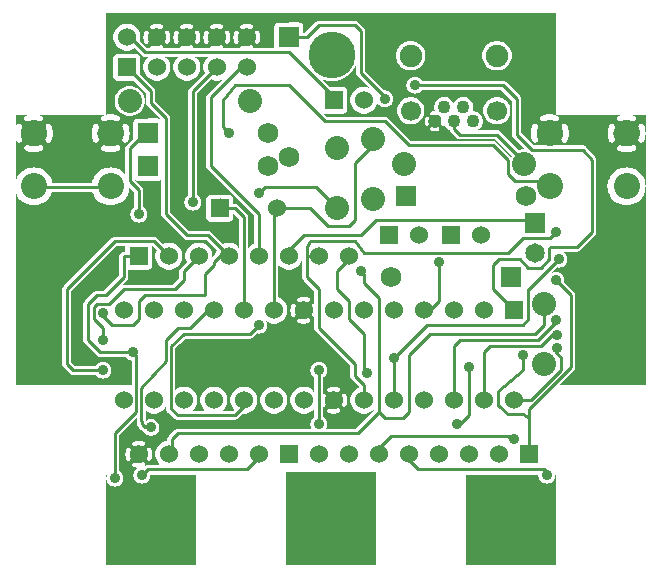
<source format=gbr>
G04 start of page 3 for group 5 idx 5 *
G04 Title: (unknown), bottom *
G04 Creator: pcb 20110918 *
G04 CreationDate: mer. 09 avril 2014 15:18:50 GMT UTC *
G04 For: virtualabs *
G04 Format: Gerber/RS-274X *
G04 PCB-Dimensions: 600000 500000 *
G04 PCB-Coordinate-Origin: lower left *
%MOIN*%
%FSLAX25Y25*%
%LNBOTTOM*%
%ADD55C,0.0216*%
%ADD54C,0.0430*%
%ADD53C,0.0532*%
%ADD52C,0.0350*%
%ADD51C,0.0394*%
%ADD50C,0.0320*%
%ADD49C,0.0380*%
%ADD48C,0.0280*%
%ADD47C,0.1200*%
%ADD46C,0.0200*%
%ADD45C,0.1560*%
%ADD44C,0.0360*%
%ADD43C,0.0669*%
%ADD42C,0.0433*%
%ADD41C,0.0650*%
%ADD40C,0.0748*%
%ADD39C,0.0680*%
%ADD38C,0.0800*%
%ADD37C,0.0872*%
%ADD36C,0.0600*%
%ADD35C,0.0100*%
%ADD34C,0.0001*%
G54D34*G36*
X280000Y300000D02*X304191D01*
X304226Y299561D01*
X304329Y299132D01*
X304497Y298725D01*
X304728Y298349D01*
X305014Y298014D01*
X305349Y297728D01*
X305725Y297497D01*
X306132Y297329D01*
X306561Y297226D01*
X307000Y297191D01*
X307439Y297226D01*
X307868Y297329D01*
X308275Y297497D01*
X308651Y297728D01*
X308986Y298014D01*
X309272Y298349D01*
X309503Y298725D01*
X309671Y299132D01*
X309774Y299561D01*
X309800Y300000D01*
X310000D01*
Y270000D01*
X280000D01*
Y300000D01*
G37*
G36*
X338705Y420000D02*X340000D01*
Y330000D01*
X338705D01*
Y392523D01*
X338728Y392551D01*
X339249Y393400D01*
X339630Y394321D01*
X339863Y395290D01*
X339922Y396283D01*
X339863Y397276D01*
X339630Y398245D01*
X339249Y399166D01*
X338728Y400015D01*
X338705Y400043D01*
Y410874D01*
X338834Y410913D01*
X338974Y410980D01*
X339101Y411067D01*
X339213Y411174D01*
X339308Y411297D01*
X339379Y411435D01*
X339598Y411980D01*
X339759Y412544D01*
X339867Y413122D01*
X339921Y413706D01*
Y414294D01*
X339867Y414878D01*
X339759Y415456D01*
X339598Y416020D01*
X339385Y416568D01*
X339312Y416705D01*
X339217Y416829D01*
X339104Y416936D01*
X338976Y417025D01*
X338836Y417092D01*
X338705Y417131D01*
Y420000D01*
G37*
G36*
Y330000D02*X333593D01*
Y389933D01*
X334584Y390011D01*
X335553Y390244D01*
X336474Y390625D01*
X337323Y391146D01*
X338081Y391793D01*
X338705Y392523D01*
Y330000D01*
G37*
G36*
X333593Y418357D02*X333793D01*
X334196Y418320D01*
X334593Y418245D01*
X334982Y418134D01*
X335358Y417988D01*
X335503Y417934D01*
X335656Y417906D01*
X335811Y417902D01*
X335964Y417922D01*
X336113Y417967D01*
X336252Y418034D01*
X336380Y418121D01*
X336492Y418228D01*
X336586Y418351D01*
X336660Y418488D01*
X336711Y418634D01*
X336739Y418786D01*
X336743Y418941D01*
X336723Y419095D01*
X336678Y419243D01*
X336611Y419383D01*
X336524Y419510D01*
X336417Y419622D01*
X336294Y419717D01*
X336156Y419788D01*
X335628Y420000D01*
X338705D01*
Y417131D01*
X338687Y417136D01*
X338532Y417157D01*
X338377Y417153D01*
X338224Y417125D01*
X338077Y417073D01*
X337940Y416999D01*
X337816Y416905D01*
X337709Y416792D01*
X337620Y416664D01*
X337553Y416523D01*
X337509Y416374D01*
X337488Y416220D01*
X337492Y416064D01*
X337520Y415911D01*
X337575Y415766D01*
X337725Y415391D01*
X337836Y415002D01*
X337911Y414605D01*
X337948Y414202D01*
Y413798D01*
X337911Y413395D01*
X337836Y412998D01*
X337725Y412609D01*
X337579Y412233D01*
X337525Y412088D01*
X337497Y411935D01*
X337493Y411780D01*
X337513Y411627D01*
X337558Y411478D01*
X337625Y411339D01*
X337712Y411211D01*
X337819Y411099D01*
X337942Y411005D01*
X338079Y410931D01*
X338225Y410880D01*
X338377Y410852D01*
X338532Y410848D01*
X338686Y410868D01*
X338705Y410874D01*
Y400043D01*
X338081Y400773D01*
X337323Y401420D01*
X336474Y401941D01*
X335553Y402322D01*
X334584Y402555D01*
X333593Y402633D01*
Y407670D01*
X333885D01*
X334469Y407724D01*
X335047Y407832D01*
X335611Y407993D01*
X336159Y408206D01*
X336296Y408279D01*
X336420Y408374D01*
X336527Y408487D01*
X336616Y408615D01*
X336683Y408755D01*
X336727Y408904D01*
X336748Y409059D01*
X336744Y409214D01*
X336716Y409367D01*
X336664Y409514D01*
X336590Y409651D01*
X336496Y409775D01*
X336383Y409882D01*
X336255Y409971D01*
X336114Y410038D01*
X335965Y410082D01*
X335811Y410103D01*
X335655Y410099D01*
X335502Y410071D01*
X335357Y410016D01*
X334982Y409866D01*
X334593Y409755D01*
X334196Y409680D01*
X333793Y409643D01*
X333593D01*
Y418357D01*
G37*
G36*
X328477Y392523D02*X329101Y391793D01*
X329859Y391146D01*
X330708Y390625D01*
X331629Y390244D01*
X332598Y390011D01*
X333591Y389933D01*
X333593Y389933D01*
Y330000D01*
X328477D01*
Y392523D01*
G37*
G36*
Y420000D02*X331554D01*
X331023Y419794D01*
X330886Y419721D01*
X330762Y419626D01*
X330655Y419513D01*
X330566Y419385D01*
X330499Y419245D01*
X330455Y419096D01*
X330434Y418941D01*
X330438Y418786D01*
X330466Y418633D01*
X330518Y418486D01*
X330592Y418349D01*
X330686Y418225D01*
X330799Y418118D01*
X330927Y418029D01*
X331068Y417962D01*
X331217Y417918D01*
X331371Y417897D01*
X331527Y417901D01*
X331680Y417929D01*
X331825Y417984D01*
X332200Y418134D01*
X332589Y418245D01*
X332986Y418320D01*
X333389Y418357D01*
X333593D01*
Y409643D01*
X333389D01*
X332986Y409680D01*
X332589Y409755D01*
X332200Y409866D01*
X331824Y410012D01*
X331679Y410066D01*
X331526Y410094D01*
X331371Y410098D01*
X331218Y410078D01*
X331069Y410033D01*
X330930Y409966D01*
X330802Y409879D01*
X330690Y409772D01*
X330596Y409649D01*
X330522Y409512D01*
X330471Y409366D01*
X330443Y409214D01*
X330439Y409059D01*
X330459Y408905D01*
X330504Y408757D01*
X330571Y408617D01*
X330658Y408490D01*
X330765Y408378D01*
X330888Y408283D01*
X331026Y408212D01*
X331571Y407993D01*
X332135Y407832D01*
X332713Y407724D01*
X333297Y407670D01*
X333593D01*
Y402633D01*
X333591Y402633D01*
X332598Y402555D01*
X331629Y402322D01*
X330708Y401941D01*
X329859Y401420D01*
X329101Y400773D01*
X328477Y400043D01*
Y410869D01*
X328495Y410864D01*
X328650Y410843D01*
X328805Y410847D01*
X328958Y410875D01*
X329105Y410927D01*
X329242Y411001D01*
X329366Y411095D01*
X329473Y411208D01*
X329562Y411336D01*
X329629Y411477D01*
X329673Y411626D01*
X329694Y411780D01*
X329690Y411936D01*
X329662Y412089D01*
X329607Y412234D01*
X329457Y412609D01*
X329346Y412998D01*
X329271Y413395D01*
X329234Y413798D01*
Y414202D01*
X329271Y414605D01*
X329346Y415002D01*
X329457Y415391D01*
X329603Y415767D01*
X329657Y415912D01*
X329685Y416065D01*
X329689Y416220D01*
X329669Y416373D01*
X329624Y416522D01*
X329557Y416661D01*
X329470Y416789D01*
X329363Y416901D01*
X329240Y416995D01*
X329103Y417069D01*
X328957Y417120D01*
X328805Y417148D01*
X328650Y417152D01*
X328496Y417132D01*
X328477Y417126D01*
Y420000D01*
G37*
G36*
X313114D02*X328477D01*
Y417126D01*
X328348Y417087D01*
X328208Y417020D01*
X328081Y416933D01*
X327969Y416826D01*
X327874Y416703D01*
X327803Y416565D01*
X327584Y416020D01*
X327423Y415456D01*
X327315Y414878D01*
X327261Y414294D01*
Y413706D01*
X327315Y413122D01*
X327423Y412544D01*
X327584Y411980D01*
X327797Y411432D01*
X327870Y411295D01*
X327965Y411171D01*
X328078Y411064D01*
X328206Y410975D01*
X328346Y410908D01*
X328477Y410869D01*
Y400043D01*
X328454Y400015D01*
X327933Y399166D01*
X327552Y398245D01*
X327319Y397276D01*
X327241Y396283D01*
X327319Y395290D01*
X327552Y394321D01*
X327933Y393400D01*
X328454Y392551D01*
X328477Y392523D01*
Y330000D01*
X313114D01*
Y331993D01*
X316019Y334898D01*
X316064Y334936D01*
X316217Y335115D01*
X316217Y335116D01*
X316341Y335317D01*
X316431Y335535D01*
X316486Y335765D01*
X316505Y336000D01*
X316500Y336059D01*
Y359941D01*
X316505Y360000D01*
X316486Y360235D01*
X316486Y360235D01*
X316431Y360465D01*
X316341Y360683D01*
X316217Y360884D01*
X316064Y361064D01*
X316019Y361102D01*
X313114Y364007D01*
Y370164D01*
X313272Y370349D01*
X313503Y370725D01*
X313671Y371132D01*
X313774Y371561D01*
X313800Y372000D01*
X313774Y372439D01*
X313671Y372868D01*
X313503Y373275D01*
X313272Y373651D01*
X313114Y373836D01*
Y374500D01*
X316941D01*
X317000Y374495D01*
X317059Y374500D01*
X317100D01*
X317335Y374514D01*
X317565Y374569D01*
X317783Y374659D01*
X317984Y374783D01*
X318164Y374936D01*
X318317Y375116D01*
X318441Y375317D01*
X318442Y375321D01*
X323019Y379898D01*
X323064Y379936D01*
X323217Y380115D01*
X323217Y380116D01*
X323341Y380317D01*
X323431Y380535D01*
X323486Y380765D01*
X323505Y381000D01*
X323500Y381059D01*
Y404883D01*
X323500Y404885D01*
X323500Y404994D01*
Y405000D01*
X323500Y405000D01*
Y405000D01*
X323500Y405121D01*
X323489Y405189D01*
X323486Y405235D01*
X323472Y405294D01*
X323462Y405354D01*
X323444Y405409D01*
X323431Y405465D01*
X323408Y405521D01*
X323389Y405578D01*
X323363Y405630D01*
X323341Y405683D01*
X323309Y405735D01*
X323282Y405788D01*
X323253Y405825D01*
X323217Y405884D01*
X323139Y405976D01*
X323139Y405976D01*
X323136Y405979D01*
X323064Y406064D01*
X323063Y406065D01*
X320505Y409049D01*
X320139Y409476D01*
X320139Y409476D01*
X320064Y409564D01*
X320009Y409611D01*
X319975Y409646D01*
X319928Y409680D01*
X319884Y409717D01*
X319833Y409749D01*
X319784Y409784D01*
X319732Y409810D01*
X319683Y409841D01*
X319627Y409864D01*
X319573Y409891D01*
X319518Y409909D01*
X319465Y409931D01*
X319406Y409945D01*
X319349Y409964D01*
X319292Y409973D01*
X319235Y409986D01*
X319187Y409989D01*
X319115Y410000D01*
X319000Y410000D01*
X319000Y410000D01*
X313114D01*
Y410874D01*
X313243Y410913D01*
X313383Y410980D01*
X313510Y411067D01*
X313622Y411174D01*
X313717Y411297D01*
X313788Y411435D01*
X314007Y411980D01*
X314168Y412544D01*
X314276Y413122D01*
X314330Y413706D01*
Y414294D01*
X314276Y414878D01*
X314168Y415456D01*
X314007Y416020D01*
X313794Y416568D01*
X313721Y416705D01*
X313626Y416829D01*
X313513Y416936D01*
X313385Y417025D01*
X313245Y417092D01*
X313114Y417131D01*
Y420000D01*
G37*
G36*
Y373836D02*X312986Y373986D01*
X312651Y374272D01*
X312279Y374500D01*
X313114D01*
Y373836D01*
G37*
G36*
Y364007D02*X312733Y364389D01*
X312774Y364561D01*
X312800Y365000D01*
X312774Y365439D01*
X312671Y365868D01*
X312503Y366275D01*
X312272Y366651D01*
X311986Y366986D01*
X311651Y367272D01*
X311275Y367503D01*
X310868Y367671D01*
X310439Y367774D01*
X310000Y367809D01*
X309561Y367774D01*
X309132Y367671D01*
X308725Y367503D01*
X308464Y367343D01*
X310389Y369267D01*
X310561Y369226D01*
X311000Y369191D01*
X311439Y369226D01*
X311868Y369329D01*
X312275Y369497D01*
X312651Y369728D01*
X312986Y370014D01*
X313114Y370164D01*
Y364007D01*
G37*
G36*
Y330000D02*X311121D01*
X313114Y331993D01*
Y330000D01*
G37*
G36*
X310523Y410038D02*X310374Y410082D01*
X310220Y410103D01*
X310064Y410099D01*
X309911Y410071D01*
X309766Y410016D01*
X309725Y410000D01*
X308000D01*
Y418357D01*
X308202D01*
X308605Y418320D01*
X309002Y418245D01*
X309391Y418134D01*
X309767Y417988D01*
X309912Y417934D01*
X310065Y417906D01*
X310220Y417902D01*
X310373Y417922D01*
X310522Y417967D01*
X310661Y418034D01*
X310789Y418121D01*
X310901Y418228D01*
X310995Y418351D01*
X311069Y418488D01*
X311120Y418634D01*
X311148Y418786D01*
X311152Y418941D01*
X311132Y419095D01*
X311087Y419243D01*
X311020Y419383D01*
X310933Y419510D01*
X310826Y419622D01*
X310703Y419717D01*
X310565Y419788D01*
X310037Y420000D01*
X313114D01*
Y417131D01*
X313096Y417136D01*
X312941Y417157D01*
X312786Y417153D01*
X312633Y417125D01*
X312486Y417073D01*
X312349Y416999D01*
X312225Y416905D01*
X312118Y416792D01*
X312029Y416664D01*
X311962Y416523D01*
X311918Y416374D01*
X311897Y416220D01*
X311901Y416064D01*
X311929Y415911D01*
X311984Y415766D01*
X312134Y415391D01*
X312245Y415002D01*
X312320Y414605D01*
X312357Y414202D01*
Y413798D01*
X312320Y413395D01*
X312245Y412998D01*
X312134Y412609D01*
X311988Y412233D01*
X311934Y412088D01*
X311906Y411935D01*
X311902Y411780D01*
X311922Y411627D01*
X311967Y411478D01*
X312034Y411339D01*
X312121Y411211D01*
X312228Y411099D01*
X312351Y411005D01*
X312488Y410931D01*
X312634Y410880D01*
X312786Y410852D01*
X312941Y410848D01*
X313095Y410868D01*
X313114Y410874D01*
Y410000D01*
X310602D01*
X310523Y410038D01*
G37*
G36*
X160000Y300000D02*X160384D01*
X160329Y299868D01*
X160226Y299439D01*
X160191Y299000D01*
X160226Y298561D01*
X160329Y298132D01*
X160497Y297725D01*
X160728Y297349D01*
X161014Y297014D01*
X161349Y296728D01*
X161725Y296497D01*
X162132Y296329D01*
X162561Y296226D01*
X163000Y296191D01*
X163439Y296226D01*
X163868Y296329D01*
X164275Y296497D01*
X164651Y296728D01*
X164986Y297014D01*
X165272Y297349D01*
X165503Y297725D01*
X165671Y298132D01*
X165774Y298561D01*
X165800Y299000D01*
X165774Y299439D01*
X165671Y299868D01*
X165616Y300000D01*
X169191D01*
X169226Y299561D01*
X169329Y299132D01*
X169497Y298725D01*
X169728Y298349D01*
X170014Y298014D01*
X170349Y297728D01*
X170725Y297497D01*
X171132Y297329D01*
X171561Y297226D01*
X172000Y297191D01*
X172439Y297226D01*
X172868Y297329D01*
X173275Y297497D01*
X173651Y297728D01*
X173986Y298014D01*
X174272Y298349D01*
X174503Y298725D01*
X174671Y299132D01*
X174774Y299561D01*
X174800Y300000D01*
X190000D01*
Y270000D01*
X160000D01*
Y300000D01*
G37*
G36*
X220000Y301000D02*X250000D01*
Y270000D01*
X220000D01*
Y301000D01*
G37*
G36*
X226002Y320486D02*X226706Y320542D01*
X227395Y320707D01*
X228049Y320978D01*
X228653Y321348D01*
X229192Y321808D01*
X229500Y322169D01*
Y319365D01*
X229349Y319272D01*
X229014Y318986D01*
X228728Y318651D01*
X228497Y318275D01*
X228329Y317868D01*
X228226Y317439D01*
X228191Y317000D01*
X228226Y316561D01*
X228329Y316132D01*
X228497Y315725D01*
X228635Y315500D01*
X226002D01*
Y320486D01*
G37*
G36*
X239613Y338266D02*X241500Y336379D01*
Y333059D01*
X241495Y333000D01*
X241514Y332765D01*
X241569Y332535D01*
X241659Y332317D01*
X241783Y332116D01*
X241783Y332115D01*
X241936Y331936D01*
X241981Y331898D01*
X244500Y329379D01*
Y329249D01*
X243951Y329022D01*
X243347Y328652D01*
X242808Y328192D01*
X242348Y327653D01*
X241978Y327049D01*
X241707Y326395D01*
X241542Y325706D01*
X241486Y325000D01*
X241542Y324294D01*
X241707Y323605D01*
X241978Y322951D01*
X242348Y322347D01*
X242808Y321808D01*
X243347Y321348D01*
X243951Y320978D01*
X244605Y320707D01*
X245294Y320542D01*
X246000Y320486D01*
X246706Y320542D01*
X247395Y320707D01*
X248049Y320978D01*
X248653Y321348D01*
X249192Y321808D01*
X249500Y322169D01*
Y321621D01*
X243379Y315500D01*
X239613D01*
Y322853D01*
X239656Y322860D01*
X239768Y322897D01*
X239873Y322952D01*
X239968Y323022D01*
X240051Y323106D01*
X240119Y323202D01*
X240170Y323308D01*
X240318Y323716D01*
X240422Y324137D01*
X240484Y324567D01*
X240505Y325000D01*
X240484Y325433D01*
X240422Y325863D01*
X240318Y326284D01*
X240175Y326694D01*
X240122Y326800D01*
X240053Y326896D01*
X239970Y326981D01*
X239875Y327051D01*
X239769Y327106D01*
X239657Y327143D01*
X239613Y327151D01*
Y338266D01*
G37*
G36*
X236002Y341877D02*X239613Y338266D01*
Y327151D01*
X239540Y327163D01*
X239421Y327164D01*
X239304Y327146D01*
X239191Y327110D01*
X239085Y327057D01*
X238988Y326988D01*
X238904Y326905D01*
X238833Y326809D01*
X238779Y326704D01*
X238741Y326592D01*
X238722Y326475D01*
X238721Y326356D01*
X238739Y326239D01*
X238777Y326126D01*
X238876Y325855D01*
X238944Y325575D01*
X238986Y325289D01*
X239000Y325000D01*
X238986Y324711D01*
X238944Y324425D01*
X238876Y324145D01*
X238780Y323872D01*
X238742Y323761D01*
X238725Y323644D01*
X238725Y323526D01*
X238745Y323409D01*
X238782Y323297D01*
X238836Y323193D01*
X238906Y323098D01*
X238991Y323015D01*
X239087Y322946D01*
X239192Y322893D01*
X239305Y322857D01*
X239421Y322840D01*
X239539Y322841D01*
X239613Y322853D01*
Y315500D01*
X236002D01*
Y320495D01*
X236433Y320516D01*
X236863Y320578D01*
X237284Y320682D01*
X237694Y320825D01*
X237800Y320878D01*
X237896Y320947D01*
X237981Y321030D01*
X238051Y321125D01*
X238106Y321231D01*
X238143Y321343D01*
X238163Y321460D01*
X238164Y321579D01*
X238146Y321696D01*
X238110Y321809D01*
X238057Y321915D01*
X237988Y322012D01*
X237905Y322096D01*
X237809Y322167D01*
X237704Y322221D01*
X237592Y322259D01*
X237475Y322278D01*
X237356Y322279D01*
X237239Y322261D01*
X237126Y322223D01*
X236855Y322124D01*
X236575Y322056D01*
X236289Y322014D01*
X236002Y322000D01*
Y328000D01*
X236289Y327986D01*
X236575Y327944D01*
X236855Y327876D01*
X237128Y327780D01*
X237239Y327742D01*
X237356Y327725D01*
X237474Y327725D01*
X237591Y327745D01*
X237703Y327782D01*
X237807Y327836D01*
X237902Y327906D01*
X237985Y327991D01*
X238054Y328087D01*
X238107Y328192D01*
X238143Y328305D01*
X238160Y328421D01*
X238159Y328539D01*
X238140Y328656D01*
X238103Y328768D01*
X238048Y328873D01*
X237978Y328968D01*
X237894Y329051D01*
X237798Y329119D01*
X237692Y329170D01*
X237284Y329318D01*
X236863Y329422D01*
X236433Y329484D01*
X236002Y329505D01*
Y341877D01*
G37*
G36*
X226002Y364877D02*X229500Y361379D01*
Y357163D01*
X229421Y357164D01*
X229304Y357146D01*
X229191Y357110D01*
X229085Y357057D01*
X228988Y356988D01*
X228904Y356905D01*
X228833Y356809D01*
X228779Y356704D01*
X228741Y356592D01*
X228722Y356475D01*
X228721Y356356D01*
X228739Y356239D01*
X228777Y356126D01*
X228876Y355855D01*
X228944Y355575D01*
X228986Y355289D01*
X229000Y355000D01*
X228986Y354711D01*
X228944Y354425D01*
X228876Y354145D01*
X228780Y353872D01*
X228742Y353761D01*
X228725Y353644D01*
X228725Y353526D01*
X228745Y353409D01*
X228782Y353297D01*
X228836Y353193D01*
X228906Y353098D01*
X228991Y353015D01*
X229087Y352946D01*
X229192Y352893D01*
X229305Y352857D01*
X229421Y352840D01*
X229500Y352840D01*
Y349059D01*
X229495Y349000D01*
X229514Y348765D01*
X229569Y348535D01*
X229659Y348317D01*
X229783Y348116D01*
X229783Y348115D01*
X229936Y347936D01*
X229981Y347898D01*
X236002Y341877D01*
Y329505D01*
X236000Y329505D01*
X235567Y329484D01*
X235137Y329422D01*
X234716Y329318D01*
X234306Y329175D01*
X234200Y329122D01*
X234104Y329053D01*
X234019Y328970D01*
X233949Y328875D01*
X233894Y328769D01*
X233857Y328657D01*
X233837Y328540D01*
X233836Y328421D01*
X233854Y328304D01*
X233890Y328191D01*
X233943Y328085D01*
X234012Y327988D01*
X234095Y327904D01*
X234191Y327833D01*
X234296Y327779D01*
X234408Y327741D01*
X234525Y327722D01*
X234644Y327721D01*
X234761Y327739D01*
X234874Y327777D01*
X235145Y327876D01*
X235425Y327944D01*
X235711Y327986D01*
X236000Y328000D01*
X236002Y328000D01*
Y322000D01*
X236000Y322000D01*
X235711Y322014D01*
X235425Y322056D01*
X235145Y322124D01*
X234872Y322220D01*
X234761Y322258D01*
X234644Y322275D01*
X234526Y322275D01*
X234409Y322255D01*
X234297Y322218D01*
X234193Y322164D01*
X234098Y322094D01*
X234015Y322009D01*
X233946Y321913D01*
X233893Y321808D01*
X233857Y321695D01*
X233840Y321579D01*
X233841Y321461D01*
X233860Y321344D01*
X233897Y321232D01*
X233952Y321127D01*
X234022Y321032D01*
X234106Y320949D01*
X234202Y320881D01*
X234308Y320830D01*
X234716Y320682D01*
X235137Y320578D01*
X235567Y320516D01*
X236000Y320495D01*
X236002Y320495D01*
Y315500D01*
X233365D01*
X233503Y315725D01*
X233671Y316132D01*
X233774Y316561D01*
X233800Y317000D01*
X233774Y317439D01*
X233671Y317868D01*
X233503Y318275D01*
X233272Y318651D01*
X232986Y318986D01*
X232651Y319272D01*
X232500Y319365D01*
Y322837D01*
X232579Y322836D01*
X232696Y322854D01*
X232809Y322890D01*
X232915Y322943D01*
X233012Y323012D01*
X233096Y323095D01*
X233167Y323191D01*
X233221Y323296D01*
X233259Y323408D01*
X233278Y323525D01*
X233279Y323644D01*
X233261Y323761D01*
X233223Y323874D01*
X233124Y324145D01*
X233056Y324425D01*
X233014Y324711D01*
X233000Y325000D01*
X233014Y325289D01*
X233056Y325575D01*
X233124Y325855D01*
X233220Y326128D01*
X233258Y326239D01*
X233275Y326356D01*
X233275Y326474D01*
X233255Y326591D01*
X233218Y326703D01*
X233164Y326807D01*
X233094Y326902D01*
X233009Y326985D01*
X232913Y327054D01*
X232808Y327107D01*
X232695Y327143D01*
X232579Y327160D01*
X232500Y327160D01*
Y332635D01*
X232651Y332728D01*
X232986Y333014D01*
X233272Y333349D01*
X233503Y333725D01*
X233671Y334132D01*
X233774Y334561D01*
X233800Y335000D01*
X233774Y335439D01*
X233671Y335868D01*
X233503Y336275D01*
X233272Y336651D01*
X232986Y336986D01*
X232651Y337272D01*
X232275Y337503D01*
X231868Y337671D01*
X231439Y337774D01*
X231000Y337809D01*
X230561Y337774D01*
X230132Y337671D01*
X229725Y337503D01*
X229349Y337272D01*
X229014Y336986D01*
X228728Y336651D01*
X228497Y336275D01*
X228329Y335868D01*
X228226Y335439D01*
X228191Y335000D01*
X228226Y334561D01*
X228329Y334132D01*
X228497Y333725D01*
X228728Y333349D01*
X229014Y333014D01*
X229349Y332728D01*
X229500Y332635D01*
Y327831D01*
X229192Y328192D01*
X228653Y328652D01*
X228049Y329022D01*
X227395Y329293D01*
X226706Y329458D01*
X226002Y329514D01*
Y350495D01*
X226433Y350516D01*
X226863Y350578D01*
X227284Y350682D01*
X227694Y350825D01*
X227800Y350878D01*
X227896Y350947D01*
X227981Y351030D01*
X228051Y351125D01*
X228106Y351231D01*
X228143Y351343D01*
X228163Y351460D01*
X228164Y351579D01*
X228146Y351696D01*
X228110Y351809D01*
X228057Y351915D01*
X227988Y352012D01*
X227905Y352096D01*
X227809Y352167D01*
X227704Y352221D01*
X227592Y352259D01*
X227475Y352278D01*
X227356Y352279D01*
X227239Y352261D01*
X227126Y352223D01*
X226855Y352124D01*
X226575Y352056D01*
X226289Y352014D01*
X226002Y352000D01*
Y358000D01*
X226289Y357986D01*
X226575Y357944D01*
X226855Y357876D01*
X227128Y357780D01*
X227239Y357742D01*
X227356Y357725D01*
X227474Y357725D01*
X227591Y357745D01*
X227703Y357782D01*
X227807Y357836D01*
X227902Y357906D01*
X227985Y357991D01*
X228054Y358087D01*
X228107Y358192D01*
X228143Y358305D01*
X228160Y358421D01*
X228159Y358539D01*
X228140Y358656D01*
X228103Y358768D01*
X228048Y358873D01*
X227978Y358968D01*
X227894Y359051D01*
X227798Y359119D01*
X227692Y359170D01*
X227284Y359318D01*
X226863Y359422D01*
X226433Y359484D01*
X226002Y359505D01*
Y364877D01*
G37*
G36*
X222387Y322302D02*X222808Y321808D01*
X223347Y321348D01*
X223951Y320978D01*
X224605Y320707D01*
X225294Y320542D01*
X226000Y320486D01*
X226002Y320486D01*
Y315500D01*
X222387D01*
Y322302D01*
G37*
G36*
Y368705D02*X222395Y368707D01*
X223049Y368978D01*
X223653Y369348D01*
X224192Y369808D01*
X224652Y370347D01*
X225022Y370951D01*
X225293Y371605D01*
X225458Y372294D01*
X225498Y372966D01*
X225500Y372941D01*
Y366059D01*
X225495Y366000D01*
X225514Y365765D01*
X225569Y365535D01*
X225659Y365317D01*
X225783Y365116D01*
X225936Y364936D01*
X225981Y364898D01*
X226002Y364877D01*
Y359505D01*
X226000Y359505D01*
X225567Y359484D01*
X225137Y359422D01*
X224716Y359318D01*
X224306Y359175D01*
X224200Y359122D01*
X224104Y359053D01*
X224019Y358970D01*
X223949Y358875D01*
X223894Y358769D01*
X223857Y358657D01*
X223837Y358540D01*
X223836Y358421D01*
X223854Y358304D01*
X223890Y358191D01*
X223943Y358085D01*
X224012Y357988D01*
X224095Y357904D01*
X224191Y357833D01*
X224296Y357779D01*
X224408Y357741D01*
X224525Y357722D01*
X224644Y357721D01*
X224761Y357739D01*
X224874Y357777D01*
X225145Y357876D01*
X225425Y357944D01*
X225711Y357986D01*
X226000Y358000D01*
X226002Y358000D01*
Y352000D01*
X226000Y352000D01*
X225711Y352014D01*
X225425Y352056D01*
X225145Y352124D01*
X224872Y352220D01*
X224761Y352258D01*
X224644Y352275D01*
X224526Y352275D01*
X224409Y352255D01*
X224297Y352218D01*
X224193Y352164D01*
X224098Y352094D01*
X224015Y352009D01*
X223946Y351913D01*
X223893Y351808D01*
X223857Y351695D01*
X223840Y351579D01*
X223841Y351461D01*
X223860Y351344D01*
X223897Y351232D01*
X223952Y351127D01*
X224022Y351032D01*
X224106Y350949D01*
X224202Y350881D01*
X224308Y350830D01*
X224716Y350682D01*
X225137Y350578D01*
X225567Y350516D01*
X226000Y350495D01*
X226002Y350495D01*
Y329514D01*
X226000Y329514D01*
X225294Y329458D01*
X224605Y329293D01*
X223951Y329022D01*
X223347Y328652D01*
X222808Y328192D01*
X222387Y327698D01*
Y352849D01*
X222460Y352837D01*
X222579Y352836D01*
X222696Y352854D01*
X222809Y352890D01*
X222915Y352943D01*
X223012Y353012D01*
X223096Y353095D01*
X223167Y353191D01*
X223221Y353296D01*
X223259Y353408D01*
X223278Y353525D01*
X223279Y353644D01*
X223261Y353761D01*
X223223Y353874D01*
X223124Y354145D01*
X223056Y354425D01*
X223014Y354711D01*
X223000Y355000D01*
X223014Y355289D01*
X223056Y355575D01*
X223124Y355855D01*
X223220Y356128D01*
X223258Y356239D01*
X223275Y356356D01*
X223275Y356474D01*
X223255Y356591D01*
X223218Y356703D01*
X223164Y356807D01*
X223094Y356902D01*
X223009Y356985D01*
X222913Y357054D01*
X222808Y357107D01*
X222695Y357143D01*
X222579Y357160D01*
X222461Y357159D01*
X222387Y357147D01*
Y368705D01*
G37*
G36*
X215993Y350487D02*X216000Y350486D01*
X216706Y350542D01*
X217395Y350707D01*
X218049Y350978D01*
X218653Y351348D01*
X219192Y351808D01*
X219652Y352347D01*
X220022Y352951D01*
X220293Y353605D01*
X220458Y354294D01*
X220500Y355000D01*
X220458Y355706D01*
X220293Y356395D01*
X220022Y357049D01*
X219652Y357653D01*
X219192Y358192D01*
X218653Y358652D01*
X218049Y359022D01*
X217500Y359249D01*
Y370169D01*
X217808Y369808D01*
X218347Y369348D01*
X218951Y368978D01*
X219605Y368707D01*
X220294Y368542D01*
X221000Y368486D01*
X221706Y368542D01*
X222387Y368705D01*
Y357147D01*
X222344Y357140D01*
X222232Y357103D01*
X222127Y357048D01*
X222032Y356978D01*
X221949Y356894D01*
X221881Y356798D01*
X221830Y356692D01*
X221682Y356284D01*
X221578Y355863D01*
X221516Y355433D01*
X221495Y355000D01*
X221516Y354567D01*
X221578Y354137D01*
X221682Y353716D01*
X221825Y353306D01*
X221878Y353200D01*
X221947Y353104D01*
X222030Y353019D01*
X222125Y352949D01*
X222231Y352894D01*
X222343Y352857D01*
X222387Y352849D01*
Y327698D01*
X222348Y327653D01*
X221978Y327049D01*
X221707Y326395D01*
X221542Y325706D01*
X221486Y325000D01*
X221542Y324294D01*
X221707Y323605D01*
X221978Y322951D01*
X222348Y322347D01*
X222387Y322302D01*
Y315500D01*
X215993D01*
Y320487D01*
X216000Y320486D01*
X216706Y320542D01*
X217395Y320707D01*
X218049Y320978D01*
X218653Y321348D01*
X219192Y321808D01*
X219652Y322347D01*
X220022Y322951D01*
X220293Y323605D01*
X220458Y324294D01*
X220500Y325000D01*
X220458Y325706D01*
X220293Y326395D01*
X220022Y327049D01*
X219652Y327653D01*
X219192Y328192D01*
X218653Y328652D01*
X218049Y329022D01*
X217395Y329293D01*
X216706Y329458D01*
X216000Y329514D01*
X215993Y329513D01*
Y350487D01*
G37*
G36*
X178169Y303500D02*X174613D01*
Y304853D01*
X174656Y304860D01*
X174768Y304897D01*
X174873Y304952D01*
X174968Y305022D01*
X175051Y305106D01*
X175119Y305202D01*
X175170Y305308D01*
X175318Y305716D01*
X175422Y306137D01*
X175484Y306567D01*
X175505Y307000D01*
X175484Y307433D01*
X175422Y307863D01*
X175318Y308284D01*
X175175Y308694D01*
X175122Y308800D01*
X175053Y308896D01*
X174970Y308981D01*
X174875Y309051D01*
X174769Y309106D01*
X174657Y309143D01*
X174613Y309151D01*
Y313137D01*
X174661Y313126D01*
X175100Y313091D01*
X175539Y313126D01*
X175968Y313229D01*
X176375Y313397D01*
X176751Y313628D01*
X177086Y313914D01*
X177372Y314249D01*
X177603Y314625D01*
X177771Y315032D01*
X177874Y315461D01*
X177900Y315900D01*
X177874Y316339D01*
X177771Y316768D01*
X177603Y317175D01*
X177372Y317551D01*
X177086Y317886D01*
X176751Y318172D01*
X176375Y318403D01*
X175968Y318571D01*
X175539Y318674D01*
X175100Y318709D01*
X174661Y318674D01*
X174613Y318663D01*
Y320705D01*
X175294Y320542D01*
X176000Y320486D01*
X176706Y320542D01*
X177395Y320707D01*
X178049Y320978D01*
X178653Y321348D01*
X179192Y321808D01*
X179652Y322347D01*
X180022Y322951D01*
X180200Y323381D01*
Y322006D01*
X180198Y321993D01*
X180202Y321757D01*
X180212Y321703D01*
X180214Y321665D01*
X180231Y321595D01*
X180243Y321525D01*
X180258Y321481D01*
X180269Y321435D01*
X180296Y321369D01*
X180320Y321301D01*
X180341Y321260D01*
X180359Y321217D01*
X180397Y321156D01*
X180430Y321093D01*
X180458Y321056D01*
X180483Y321016D01*
X180529Y320961D01*
X180572Y320904D01*
X180600Y320878D01*
X180636Y320836D01*
X180816Y320683D01*
X180826Y320676D01*
X183036Y318851D01*
X183116Y318783D01*
X183191Y318736D01*
X183235Y318704D01*
X183277Y318684D01*
X183317Y318659D01*
X183383Y318632D01*
X183447Y318601D01*
X183492Y318587D01*
X183535Y318569D01*
X183605Y318552D01*
X183673Y318531D01*
X183719Y318525D01*
X183765Y318514D01*
X183819Y318511D01*
X183907Y318498D01*
X184012Y318500D01*
X202941D01*
X203000Y318495D01*
X203235Y318514D01*
X203235Y318514D01*
X203465Y318569D01*
X203683Y318659D01*
X203884Y318783D01*
X204064Y318936D01*
X204102Y318981D01*
X205636Y320515D01*
X206000Y320486D01*
X206706Y320542D01*
X207395Y320707D01*
X208049Y320978D01*
X208653Y321348D01*
X209192Y321808D01*
X209652Y322347D01*
X210022Y322951D01*
X210293Y323605D01*
X210458Y324294D01*
X210500Y325000D01*
X210458Y325706D01*
X210293Y326395D01*
X210022Y327049D01*
X209652Y327653D01*
X209192Y328192D01*
X208653Y328652D01*
X208049Y329022D01*
X207395Y329293D01*
X206706Y329458D01*
X206000Y329514D01*
X205294Y329458D01*
X204605Y329293D01*
X203951Y329022D01*
X203347Y328652D01*
X202808Y328192D01*
X202348Y327653D01*
X201978Y327049D01*
X201707Y326395D01*
X201542Y325706D01*
X201486Y325000D01*
X201542Y324294D01*
X201707Y323605D01*
X201978Y322951D01*
X202348Y322347D01*
X202752Y321874D01*
X202379Y321500D01*
X198831D01*
X199192Y321808D01*
X199652Y322347D01*
X200022Y322951D01*
X200293Y323605D01*
X200458Y324294D01*
X200500Y325000D01*
X200458Y325706D01*
X200293Y326395D01*
X200022Y327049D01*
X199652Y327653D01*
X199192Y328192D01*
X198653Y328652D01*
X198049Y329022D01*
X197395Y329293D01*
X196706Y329458D01*
X196000Y329514D01*
X195294Y329458D01*
X194605Y329293D01*
X193951Y329022D01*
X193347Y328652D01*
X192808Y328192D01*
X192348Y327653D01*
X191978Y327049D01*
X191707Y326395D01*
X191542Y325706D01*
X191486Y325000D01*
X191542Y324294D01*
X191707Y323605D01*
X191978Y322951D01*
X192348Y322347D01*
X192808Y321808D01*
X193169Y321500D01*
X188831D01*
X189192Y321808D01*
X189652Y322347D01*
X190022Y322951D01*
X190293Y323605D01*
X190458Y324294D01*
X190500Y325000D01*
X190458Y325706D01*
X190293Y326395D01*
X190022Y327049D01*
X189652Y327653D01*
X189192Y328192D01*
X188653Y328652D01*
X188049Y329022D01*
X187395Y329293D01*
X186706Y329458D01*
X186000Y329514D01*
X185294Y329458D01*
X184605Y329293D01*
X183951Y329022D01*
X183347Y328652D01*
X183200Y328526D01*
Y342258D01*
X186601Y345500D01*
X207941D01*
X208000Y345495D01*
X208235Y345514D01*
X208235Y345514D01*
X208465Y345569D01*
X208683Y345659D01*
X208884Y345783D01*
X209064Y345936D01*
X209102Y345981D01*
X210389Y347267D01*
X210561Y347226D01*
X211000Y347191D01*
X211439Y347226D01*
X211868Y347329D01*
X212275Y347497D01*
X212651Y347728D01*
X212986Y348014D01*
X213272Y348349D01*
X213503Y348725D01*
X213671Y349132D01*
X213774Y349561D01*
X213800Y350000D01*
X213774Y350439D01*
X213671Y350868D01*
X213515Y351245D01*
X213951Y350978D01*
X214605Y350707D01*
X215294Y350542D01*
X215993Y350487D01*
Y329513D01*
X215294Y329458D01*
X214605Y329293D01*
X213951Y329022D01*
X213347Y328652D01*
X212808Y328192D01*
X212348Y327653D01*
X211978Y327049D01*
X211707Y326395D01*
X211542Y325706D01*
X211486Y325000D01*
X211542Y324294D01*
X211707Y323605D01*
X211978Y322951D01*
X212348Y322347D01*
X212808Y321808D01*
X213347Y321348D01*
X213951Y320978D01*
X214605Y320707D01*
X215294Y320542D01*
X215993Y320487D01*
Y315500D01*
X184059D01*
X184000Y315505D01*
X183765Y315486D01*
X183535Y315431D01*
X183317Y315341D01*
X183116Y315217D01*
X183115Y315217D01*
X182936Y315064D01*
X182898Y315019D01*
X180981Y313102D01*
X180936Y313064D01*
X180783Y312884D01*
X180659Y312683D01*
X180569Y312465D01*
X180514Y312235D01*
X180514Y312235D01*
X180495Y312000D01*
X180500Y311941D01*
Y311475D01*
X180294Y311458D01*
X179605Y311293D01*
X178951Y311022D01*
X178347Y310652D01*
X177808Y310192D01*
X177348Y309653D01*
X176978Y309049D01*
X176707Y308395D01*
X176542Y307706D01*
X176486Y307000D01*
X176542Y306294D01*
X176707Y305605D01*
X176978Y304951D01*
X177348Y304347D01*
X177808Y303808D01*
X178169Y303500D01*
G37*
G36*
X174613Y318663D02*X174232Y318571D01*
X173825Y318403D01*
X173488Y318196D01*
X173486Y318235D01*
X173431Y318465D01*
X173400Y318540D01*
Y321316D01*
X173951Y320978D01*
X174605Y320707D01*
X174613Y320705D01*
Y318663D01*
G37*
G36*
Y303500D02*X174059D01*
X174000Y303505D01*
X173765Y303486D01*
X173535Y303431D01*
X173317Y303341D01*
X173116Y303217D01*
X173115Y303217D01*
X173086Y303192D01*
X173106Y303231D01*
X173143Y303343D01*
X173163Y303460D01*
X173164Y303579D01*
X173146Y303696D01*
X173110Y303809D01*
X173057Y303915D01*
X172988Y304012D01*
X172905Y304096D01*
X172809Y304167D01*
X172704Y304221D01*
X172592Y304259D01*
X172475Y304278D01*
X172356Y304279D01*
X172239Y304261D01*
X172126Y304223D01*
X171855Y304124D01*
X171575Y304056D01*
X171289Y304014D01*
X171000Y304000D01*
X170998Y304000D01*
Y310000D01*
X171000Y310000D01*
X171289Y309986D01*
X171575Y309944D01*
X171855Y309876D01*
X172128Y309780D01*
X172239Y309742D01*
X172356Y309725D01*
X172474Y309725D01*
X172591Y309745D01*
X172703Y309782D01*
X172807Y309836D01*
X172902Y309906D01*
X172985Y309991D01*
X173054Y310087D01*
X173107Y310192D01*
X173143Y310305D01*
X173160Y310421D01*
X173159Y310539D01*
X173140Y310656D01*
X173103Y310768D01*
X173048Y310873D01*
X172978Y310968D01*
X172894Y311051D01*
X172798Y311119D01*
X172692Y311170D01*
X172284Y311318D01*
X171863Y311422D01*
X171433Y311484D01*
X171000Y311505D01*
X170998Y311505D01*
Y315880D01*
X171898Y314981D01*
X171936Y314936D01*
X172115Y314783D01*
X172116Y314783D01*
X172317Y314659D01*
X172535Y314569D01*
X172648Y314542D01*
X172828Y314249D01*
X173114Y313914D01*
X173449Y313628D01*
X173825Y313397D01*
X174232Y313229D01*
X174613Y313137D01*
Y309151D01*
X174540Y309163D01*
X174421Y309164D01*
X174304Y309146D01*
X174191Y309110D01*
X174085Y309057D01*
X173988Y308988D01*
X173904Y308905D01*
X173833Y308809D01*
X173779Y308704D01*
X173741Y308592D01*
X173722Y308475D01*
X173721Y308356D01*
X173739Y308239D01*
X173777Y308126D01*
X173876Y307855D01*
X173944Y307575D01*
X173986Y307289D01*
X174000Y307000D01*
X173986Y306711D01*
X173944Y306425D01*
X173876Y306145D01*
X173780Y305872D01*
X173742Y305761D01*
X173725Y305644D01*
X173725Y305526D01*
X173745Y305409D01*
X173782Y305297D01*
X173836Y305193D01*
X173906Y305098D01*
X173991Y305015D01*
X174087Y304946D01*
X174192Y304893D01*
X174305Y304857D01*
X174421Y304840D01*
X174539Y304841D01*
X174613Y304853D01*
Y303500D01*
G37*
G36*
X170998Y304000D02*X170711Y304014D01*
X170425Y304056D01*
X170145Y304124D01*
X169872Y304220D01*
X169761Y304258D01*
X169644Y304275D01*
X169526Y304275D01*
X169409Y304255D01*
X169297Y304218D01*
X169193Y304164D01*
X169098Y304094D01*
X169015Y304009D01*
X168946Y303913D01*
X168893Y303808D01*
X168857Y303695D01*
X168840Y303579D01*
X168841Y303461D01*
X168860Y303344D01*
X168897Y303232D01*
X168952Y303127D01*
X169022Y303032D01*
X169106Y302949D01*
X169202Y302881D01*
X169308Y302830D01*
X169716Y302682D01*
X170137Y302578D01*
X170567Y302516D01*
X170737Y302507D01*
X170725Y302503D01*
X170349Y302272D01*
X170014Y301986D01*
X169728Y301651D01*
X169497Y301275D01*
X169329Y300868D01*
X169226Y300439D01*
X169191Y300000D01*
X169226Y299561D01*
X169329Y299132D01*
X169384Y299000D01*
X167387D01*
Y304849D01*
X167460Y304837D01*
X167579Y304836D01*
X167696Y304854D01*
X167809Y304890D01*
X167915Y304943D01*
X168012Y305012D01*
X168096Y305095D01*
X168167Y305191D01*
X168221Y305296D01*
X168259Y305408D01*
X168278Y305525D01*
X168279Y305644D01*
X168261Y305761D01*
X168223Y305874D01*
X168124Y306145D01*
X168056Y306425D01*
X168014Y306711D01*
X168000Y307000D01*
X168014Y307289D01*
X168056Y307575D01*
X168124Y307855D01*
X168220Y308128D01*
X168258Y308239D01*
X168275Y308356D01*
X168275Y308474D01*
X168255Y308591D01*
X168218Y308703D01*
X168164Y308807D01*
X168094Y308902D01*
X168009Y308985D01*
X167913Y309054D01*
X167808Y309107D01*
X167695Y309143D01*
X167579Y309160D01*
X167461Y309159D01*
X167387Y309147D01*
Y316266D01*
X170400Y319279D01*
Y317900D01*
X170414Y317665D01*
X170469Y317435D01*
X170500Y317360D01*
Y317059D01*
X170495Y317000D01*
X170514Y316765D01*
X170569Y316535D01*
X170659Y316317D01*
X170783Y316116D01*
X170783Y316115D01*
X170936Y315936D01*
X170981Y315898D01*
X170998Y315880D01*
Y311505D01*
X170567Y311484D01*
X170137Y311422D01*
X169716Y311318D01*
X169306Y311175D01*
X169200Y311122D01*
X169104Y311053D01*
X169019Y310970D01*
X168949Y310875D01*
X168894Y310769D01*
X168857Y310657D01*
X168837Y310540D01*
X168836Y310421D01*
X168854Y310304D01*
X168890Y310191D01*
X168943Y310085D01*
X169012Y309988D01*
X169095Y309904D01*
X169191Y309833D01*
X169296Y309779D01*
X169408Y309741D01*
X169525Y309722D01*
X169644Y309721D01*
X169761Y309739D01*
X169874Y309777D01*
X170145Y309876D01*
X170425Y309944D01*
X170711Y309986D01*
X170998Y310000D01*
Y304000D01*
G37*
G36*
X167387Y299000D02*X165800D01*
X165774Y299439D01*
X165671Y299868D01*
X165503Y300275D01*
X165272Y300651D01*
X164986Y300986D01*
X164651Y301272D01*
X164500Y301365D01*
Y313379D01*
X167387Y316266D01*
Y309147D01*
X167344Y309140D01*
X167232Y309103D01*
X167127Y309048D01*
X167032Y308978D01*
X166949Y308894D01*
X166881Y308798D01*
X166830Y308692D01*
X166682Y308284D01*
X166578Y307863D01*
X166516Y307433D01*
X166495Y307000D01*
X166516Y306567D01*
X166578Y306137D01*
X166682Y305716D01*
X166825Y305306D01*
X166878Y305200D01*
X166947Y305104D01*
X167030Y305019D01*
X167125Y304949D01*
X167231Y304894D01*
X167343Y304857D01*
X167387Y304849D01*
Y299000D01*
G37*
G36*
X148500Y337621D02*Y361379D01*
X163621Y376500D01*
X166584D01*
X166569Y376465D01*
X166514Y376235D01*
X166500Y376000D01*
X166503Y374500D01*
X166059D01*
X166000Y374505D01*
X165765Y374486D01*
X165535Y374431D01*
X165317Y374341D01*
X165116Y374217D01*
X164936Y374064D01*
X164783Y373884D01*
X164659Y373683D01*
X164569Y373465D01*
X164514Y373235D01*
X164514Y373235D01*
X164495Y373000D01*
X164500Y372941D01*
Y366621D01*
X159379Y361500D01*
X157059D01*
X157000Y361505D01*
X156765Y361486D01*
X156535Y361431D01*
X156317Y361341D01*
X156116Y361217D01*
X156115Y361217D01*
X155936Y361064D01*
X155898Y361019D01*
X152981Y358102D01*
X152936Y358064D01*
X152783Y357884D01*
X152659Y357683D01*
X152569Y357465D01*
X152514Y357235D01*
X152514Y357235D01*
X152495Y357000D01*
X152500Y356941D01*
Y345059D01*
X152495Y345000D01*
X152514Y344765D01*
X152569Y344535D01*
X152659Y344317D01*
X152783Y344116D01*
X152936Y343936D01*
X152981Y343898D01*
X156898Y339981D01*
X156936Y339936D01*
X157116Y339783D01*
X157317Y339659D01*
X157535Y339569D01*
X157765Y339514D01*
X158000Y339495D01*
X158059Y339500D01*
X166635D01*
X166728Y339349D01*
X167014Y339014D01*
X167349Y338728D01*
X167725Y338497D01*
X168132Y338329D01*
X168561Y338226D01*
X168600Y338223D01*
Y330000D01*
X130000D01*
Y394226D01*
X130342Y393400D01*
X130863Y392551D01*
X131510Y391793D01*
X132268Y391146D01*
X133117Y390625D01*
X134038Y390244D01*
X135007Y390011D01*
X136000Y389933D01*
X136993Y390011D01*
X137962Y390244D01*
X138883Y390625D01*
X139732Y391146D01*
X140490Y391793D01*
X141137Y392551D01*
X141658Y393400D01*
X142039Y394321D01*
X142082Y394500D01*
X155509D01*
X155552Y394321D01*
X155933Y393400D01*
X156454Y392551D01*
X157101Y391793D01*
X157859Y391146D01*
X158708Y390625D01*
X159629Y390244D01*
X160598Y390011D01*
X161591Y389933D01*
X162584Y390011D01*
X163553Y390244D01*
X164474Y390625D01*
X165323Y391146D01*
X166081Y391793D01*
X166728Y392551D01*
X167249Y393400D01*
X167630Y394321D01*
X167863Y395290D01*
X167903Y395975D01*
X169500Y394379D01*
Y389365D01*
X169349Y389272D01*
X169014Y388986D01*
X168728Y388651D01*
X168497Y388275D01*
X168329Y387868D01*
X168226Y387439D01*
X168191Y387000D01*
X168226Y386561D01*
X168329Y386132D01*
X168497Y385725D01*
X168728Y385349D01*
X169014Y385014D01*
X169349Y384728D01*
X169725Y384497D01*
X170132Y384329D01*
X170561Y384226D01*
X171000Y384191D01*
X171439Y384226D01*
X171868Y384329D01*
X172275Y384497D01*
X172651Y384728D01*
X172986Y385014D01*
X173272Y385349D01*
X173503Y385725D01*
X173671Y386132D01*
X173774Y386561D01*
X173800Y387000D01*
X173774Y387439D01*
X173671Y387868D01*
X173503Y388275D01*
X173272Y388651D01*
X172986Y388986D01*
X172651Y389272D01*
X172500Y389365D01*
Y394941D01*
X172505Y395000D01*
X172486Y395235D01*
X172431Y395465D01*
X172341Y395683D01*
X172217Y395884D01*
X172064Y396064D01*
X172019Y396102D01*
X169775Y398346D01*
X169917Y398259D01*
X170135Y398169D01*
X170365Y398114D01*
X170600Y398100D01*
X177635Y398114D01*
X177865Y398169D01*
X178083Y398259D01*
X178284Y398383D01*
X178464Y398536D01*
X178500Y398578D01*
Y387059D01*
X178495Y387000D01*
X178514Y386765D01*
X178569Y386535D01*
X178659Y386317D01*
X178783Y386116D01*
X178783Y386115D01*
X178936Y385936D01*
X178981Y385898D01*
X185898Y378981D01*
X185936Y378936D01*
X186116Y378783D01*
X186317Y378659D01*
X186535Y378569D01*
X186765Y378514D01*
X187000Y378495D01*
X187059Y378500D01*
X193379D01*
X196935Y374944D01*
X196707Y374395D01*
X196542Y373706D01*
X196538Y373659D01*
X195476Y372598D01*
X195500Y373000D01*
X195458Y373706D01*
X195293Y374395D01*
X195022Y375049D01*
X194652Y375653D01*
X194192Y376192D01*
X193653Y376652D01*
X193049Y377022D01*
X192395Y377293D01*
X191706Y377458D01*
X191000Y377514D01*
X190294Y377458D01*
X189605Y377293D01*
X188951Y377022D01*
X188347Y376652D01*
X187808Y376192D01*
X187348Y375653D01*
X186978Y375049D01*
X186707Y374395D01*
X186542Y373706D01*
X186486Y373000D01*
X186542Y372294D01*
X186707Y371605D01*
X186935Y371056D01*
X184981Y369102D01*
X184936Y369064D01*
X184783Y368884D01*
X184659Y368683D01*
X184569Y368465D01*
X184514Y368235D01*
X184514Y368235D01*
X184495Y368000D01*
X184500Y367941D01*
Y365621D01*
X182379Y363500D01*
X166059D01*
X166000Y363505D01*
X165765Y363486D01*
X165558Y363436D01*
X167019Y364898D01*
X167064Y364936D01*
X167217Y365115D01*
X167217Y365116D01*
X167341Y365317D01*
X167431Y365535D01*
X167486Y365765D01*
X167505Y366000D01*
X167500Y366059D01*
Y368584D01*
X167535Y368569D01*
X167765Y368514D01*
X168000Y368500D01*
X174235Y368514D01*
X174465Y368569D01*
X174683Y368659D01*
X174884Y368783D01*
X175064Y368936D01*
X175217Y369116D01*
X175341Y369317D01*
X175431Y369535D01*
X175486Y369765D01*
X175500Y370000D01*
X175486Y376235D01*
X175436Y376442D01*
X176935Y374944D01*
X176707Y374395D01*
X176542Y373706D01*
X176486Y373000D01*
X176542Y372294D01*
X176707Y371605D01*
X176978Y370951D01*
X177348Y370347D01*
X177808Y369808D01*
X178347Y369348D01*
X178951Y368978D01*
X179605Y368707D01*
X180294Y368542D01*
X181000Y368486D01*
X181706Y368542D01*
X182395Y368707D01*
X183049Y368978D01*
X183653Y369348D01*
X184192Y369808D01*
X184652Y370347D01*
X185022Y370951D01*
X185293Y371605D01*
X185458Y372294D01*
X185500Y373000D01*
X185458Y373706D01*
X185293Y374395D01*
X185022Y375049D01*
X184652Y375653D01*
X184192Y376192D01*
X183653Y376652D01*
X183049Y377022D01*
X182395Y377293D01*
X181706Y377458D01*
X181000Y377514D01*
X180294Y377458D01*
X179605Y377293D01*
X179056Y377065D01*
X177102Y379019D01*
X177064Y379064D01*
X176884Y379217D01*
X176683Y379341D01*
X176465Y379431D01*
X176235Y379486D01*
X176000Y379505D01*
X175941Y379500D01*
X163059D01*
X163000Y379505D01*
X162765Y379486D01*
X162535Y379431D01*
X162317Y379341D01*
X162116Y379217D01*
X162115Y379217D01*
X161936Y379064D01*
X161898Y379019D01*
X145981Y363102D01*
X145936Y363064D01*
X145783Y362884D01*
X145659Y362683D01*
X145569Y362465D01*
X145514Y362235D01*
X145514Y362235D01*
X145495Y362000D01*
X145500Y361941D01*
Y337059D01*
X145495Y337000D01*
X145514Y336765D01*
X145569Y336535D01*
X145659Y336317D01*
X145783Y336116D01*
X145936Y335936D01*
X145981Y335898D01*
X147898Y333981D01*
X147936Y333936D01*
X148116Y333783D01*
X148317Y333659D01*
X148535Y333569D01*
X148765Y333514D01*
X149000Y333495D01*
X149059Y333500D01*
X156635D01*
X156728Y333349D01*
X157014Y333014D01*
X157349Y332728D01*
X157725Y332497D01*
X158132Y332329D01*
X158561Y332226D01*
X159000Y332191D01*
X159439Y332226D01*
X159868Y332329D01*
X160275Y332497D01*
X160651Y332728D01*
X160986Y333014D01*
X161272Y333349D01*
X161503Y333725D01*
X161671Y334132D01*
X161774Y334561D01*
X161800Y335000D01*
X161774Y335439D01*
X161671Y335868D01*
X161503Y336275D01*
X161272Y336651D01*
X160986Y336986D01*
X160651Y337272D01*
X160275Y337503D01*
X159868Y337671D01*
X159439Y337774D01*
X159000Y337809D01*
X158561Y337774D01*
X158132Y337671D01*
X157725Y337503D01*
X157349Y337272D01*
X157014Y336986D01*
X156728Y336651D01*
X156635Y336500D01*
X149621D01*
X148500Y337621D01*
G37*
G36*
X167977Y431509D02*X169367Y431512D01*
X173500Y427379D01*
Y424059D01*
X173495Y424000D01*
X173514Y423765D01*
X173569Y423535D01*
X173659Y423317D01*
X173783Y423116D01*
X173783Y423115D01*
X173936Y422936D01*
X173981Y422898D01*
X178225Y418654D01*
X178083Y418741D01*
X177865Y418831D01*
X177635Y418886D01*
X177400Y418900D01*
X170365Y418886D01*
X170135Y418831D01*
X169917Y418741D01*
X169716Y418617D01*
X169536Y418464D01*
X169383Y418284D01*
X169259Y418083D01*
X169169Y417865D01*
X169114Y417635D01*
X169100Y417400D01*
X169110Y412232D01*
X167977Y411099D01*
Y419735D01*
X167985Y419735D01*
X168770Y419796D01*
X169535Y419980D01*
X170262Y420281D01*
X170933Y420692D01*
X171531Y421204D01*
X172043Y421802D01*
X172454Y422473D01*
X172755Y423200D01*
X172939Y423965D01*
X172985Y424750D01*
X172939Y425535D01*
X172755Y426300D01*
X172454Y427027D01*
X172043Y427698D01*
X171531Y428296D01*
X170933Y428808D01*
X170262Y429219D01*
X169535Y429520D01*
X168770Y429704D01*
X167985Y429765D01*
X167977Y429765D01*
Y431509D01*
G37*
G36*
Y441607D02*X168395Y441707D01*
X169049Y441978D01*
X169577Y442302D01*
X171898Y439981D01*
X171936Y439936D01*
X172116Y439783D01*
X172317Y439659D01*
X172535Y439569D01*
X172765Y439514D01*
X173000Y439495D01*
X173059Y439500D01*
X174169D01*
X173808Y439192D01*
X173348Y438653D01*
X172978Y438049D01*
X172707Y437395D01*
X172542Y436706D01*
X172486Y436000D01*
X172542Y435294D01*
X172707Y434605D01*
X172978Y433951D01*
X173348Y433347D01*
X173808Y432808D01*
X174347Y432348D01*
X174951Y431978D01*
X175605Y431707D01*
X176294Y431542D01*
X177000Y431486D01*
X177706Y431542D01*
X178395Y431707D01*
X179049Y431978D01*
X179653Y432348D01*
X180192Y432808D01*
X180652Y433347D01*
X181022Y433951D01*
X181293Y434605D01*
X181458Y435294D01*
X181500Y436000D01*
X181458Y436706D01*
X181293Y437395D01*
X181022Y438049D01*
X180652Y438653D01*
X180192Y439192D01*
X179831Y439500D01*
X184169D01*
X183808Y439192D01*
X183348Y438653D01*
X182978Y438049D01*
X182707Y437395D01*
X182542Y436706D01*
X182486Y436000D01*
X182542Y435294D01*
X182707Y434605D01*
X182978Y433951D01*
X183348Y433347D01*
X183808Y432808D01*
X184347Y432348D01*
X184951Y431978D01*
X185605Y431707D01*
X186294Y431542D01*
X187000Y431486D01*
X187706Y431542D01*
X188395Y431707D01*
X189049Y431978D01*
X189653Y432348D01*
X190192Y432808D01*
X190652Y433347D01*
X191022Y433951D01*
X191293Y434605D01*
X191458Y435294D01*
X191500Y436000D01*
X191458Y436706D01*
X191293Y437395D01*
X191022Y438049D01*
X190652Y438653D01*
X190192Y439192D01*
X189831Y439500D01*
X194169D01*
X193808Y439192D01*
X193348Y438653D01*
X192978Y438049D01*
X192707Y437395D01*
X192542Y436706D01*
X192486Y436000D01*
X192542Y435294D01*
X192707Y434605D01*
X192935Y434056D01*
X187981Y429102D01*
X187936Y429064D01*
X187783Y428884D01*
X187659Y428683D01*
X187569Y428465D01*
X187514Y428235D01*
X187514Y428235D01*
X187495Y428000D01*
X187500Y427941D01*
Y393365D01*
X187349Y393272D01*
X187014Y392986D01*
X186728Y392651D01*
X186497Y392275D01*
X186329Y391868D01*
X186226Y391439D01*
X186191Y391000D01*
X186226Y390561D01*
X186329Y390132D01*
X186497Y389725D01*
X186728Y389349D01*
X187014Y389014D01*
X187349Y388728D01*
X187725Y388497D01*
X188132Y388329D01*
X188561Y388226D01*
X189000Y388191D01*
X189439Y388226D01*
X189868Y388329D01*
X190275Y388497D01*
X190651Y388728D01*
X190986Y389014D01*
X191272Y389349D01*
X191503Y389725D01*
X191671Y390132D01*
X191774Y390561D01*
X191800Y391000D01*
X191774Y391439D01*
X191671Y391868D01*
X191503Y392275D01*
X191272Y392651D01*
X190986Y392986D01*
X190651Y393272D01*
X190500Y393365D01*
Y427379D01*
X195056Y431935D01*
X195605Y431707D01*
X196294Y431542D01*
X197000Y431486D01*
X197706Y431542D01*
X198395Y431707D01*
X198721Y431842D01*
X193981Y427102D01*
X193936Y427064D01*
X193783Y426884D01*
X193659Y426683D01*
X193569Y426465D01*
X193514Y426235D01*
X193514Y426235D01*
X193514Y426235D01*
Y426235D01*
X193514Y426235D01*
X193495Y426000D01*
X193500Y425941D01*
Y403059D01*
X193495Y403000D01*
X193514Y402765D01*
X193569Y402535D01*
X193659Y402317D01*
X193783Y402116D01*
X193936Y401936D01*
X193981Y401898D01*
X209500Y386379D01*
Y377249D01*
X208951Y377022D01*
X208347Y376652D01*
X207808Y376192D01*
X207500Y375831D01*
Y385941D01*
X207505Y386000D01*
X207486Y386235D01*
X207486Y386235D01*
X207431Y386465D01*
X207341Y386683D01*
X207217Y386884D01*
X207064Y387064D01*
X207019Y387102D01*
X204102Y390019D01*
X204064Y390064D01*
X203884Y390217D01*
X203683Y390341D01*
X203465Y390431D01*
X203235Y390486D01*
X203235Y390486D01*
X203000Y390505D01*
X202941Y390500D01*
X202490D01*
X202486Y392235D01*
X202431Y392465D01*
X202341Y392683D01*
X202217Y392884D01*
X202064Y393064D01*
X201884Y393217D01*
X201683Y393341D01*
X201465Y393431D01*
X201235Y393486D01*
X201000Y393500D01*
X198140Y393494D01*
X198000Y393505D01*
X197852Y393493D01*
X194765Y393486D01*
X194535Y393431D01*
X194317Y393341D01*
X194116Y393217D01*
X193936Y393064D01*
X193783Y392884D01*
X193659Y392683D01*
X193569Y392465D01*
X193514Y392235D01*
X193500Y392000D01*
X193514Y385765D01*
X193569Y385535D01*
X193659Y385317D01*
X193783Y385116D01*
X193936Y384936D01*
X194116Y384783D01*
X194317Y384659D01*
X194535Y384569D01*
X194765Y384514D01*
X195000Y384500D01*
X201235Y384514D01*
X201465Y384569D01*
X201683Y384659D01*
X201884Y384783D01*
X202064Y384936D01*
X202217Y385116D01*
X202341Y385317D01*
X202431Y385535D01*
X202486Y385765D01*
X202500Y386000D01*
X202497Y387382D01*
X204500Y385379D01*
Y375831D01*
X204192Y376192D01*
X203653Y376652D01*
X203049Y377022D01*
X202395Y377293D01*
X201706Y377458D01*
X201000Y377514D01*
X200294Y377458D01*
X199605Y377293D01*
X199056Y377065D01*
X195102Y381019D01*
X195064Y381064D01*
X194884Y381217D01*
X194683Y381341D01*
X194465Y381431D01*
X194235Y381486D01*
X194235Y381486D01*
X194000Y381505D01*
X193941Y381500D01*
X187621D01*
X181500Y387621D01*
Y418941D01*
X181505Y419000D01*
X181486Y419235D01*
X181431Y419465D01*
X181341Y419683D01*
X181217Y419884D01*
X181064Y420064D01*
X181019Y420102D01*
X176500Y424621D01*
Y427941D01*
X176505Y428000D01*
X176486Y428235D01*
X176431Y428465D01*
X176341Y428683D01*
X176217Y428884D01*
X176064Y429064D01*
X176019Y429102D01*
X171499Y433623D01*
X171486Y439235D01*
X171431Y439465D01*
X171341Y439683D01*
X171217Y439884D01*
X171064Y440064D01*
X170884Y440217D01*
X170683Y440341D01*
X170465Y440431D01*
X170235Y440486D01*
X170000Y440500D01*
X167977Y440495D01*
Y441607D01*
G37*
G36*
X302886Y454000D02*X310000D01*
Y420012D01*
X309456Y420168D01*
X308878Y420276D01*
X308294Y420330D01*
X307706D01*
X307122Y420276D01*
X306544Y420168D01*
X305980Y420007D01*
X305432Y419794D01*
X305295Y419721D01*
X305171Y419626D01*
X305064Y419513D01*
X304975Y419385D01*
X304908Y419245D01*
X304864Y419096D01*
X304843Y418941D01*
X304847Y418786D01*
X304875Y418633D01*
X304927Y418486D01*
X305001Y418349D01*
X305095Y418225D01*
X305208Y418118D01*
X305336Y418029D01*
X305477Y417962D01*
X305626Y417918D01*
X305780Y417897D01*
X305936Y417901D01*
X306089Y417929D01*
X306234Y417984D01*
X306609Y418134D01*
X306998Y418245D01*
X307395Y418320D01*
X307798Y418357D01*
X308202D01*
X308605Y418320D01*
X309002Y418245D01*
X309391Y418134D01*
X309767Y417988D01*
X309912Y417934D01*
X310000Y417918D01*
Y410087D01*
X309911Y410071D01*
X309766Y410016D01*
X309725Y410000D01*
X306264D01*
X306252Y410005D01*
X306233Y410012D01*
X306088Y410066D01*
X305935Y410094D01*
X305780Y410098D01*
X305627Y410078D01*
X305478Y410033D01*
X305409Y410000D01*
X302886D01*
Y410869D01*
X302904Y410864D01*
X303059Y410843D01*
X303214Y410847D01*
X303367Y410875D01*
X303514Y410927D01*
X303651Y411001D01*
X303775Y411095D01*
X303882Y411208D01*
X303971Y411336D01*
X304038Y411477D01*
X304082Y411626D01*
X304103Y411780D01*
X304099Y411936D01*
X304071Y412089D01*
X304016Y412234D01*
X303866Y412609D01*
X303755Y412998D01*
X303680Y413395D01*
X303643Y413798D01*
Y414202D01*
X303680Y414605D01*
X303755Y415002D01*
X303866Y415391D01*
X304012Y415767D01*
X304066Y415912D01*
X304094Y416065D01*
X304098Y416220D01*
X304078Y416373D01*
X304033Y416522D01*
X303966Y416661D01*
X303879Y416789D01*
X303772Y416901D01*
X303649Y416995D01*
X303512Y417069D01*
X303366Y417120D01*
X303214Y417148D01*
X303059Y417152D01*
X302905Y417132D01*
X302886Y417126D01*
Y454000D01*
G37*
G36*
X290362D02*X302886D01*
Y417126D01*
X302757Y417087D01*
X302617Y417020D01*
X302490Y416933D01*
X302378Y416826D01*
X302283Y416703D01*
X302212Y416565D01*
X301993Y416020D01*
X301832Y415456D01*
X301724Y414878D01*
X301670Y414294D01*
Y413706D01*
X301724Y413122D01*
X301832Y412544D01*
X301993Y411980D01*
X302206Y411432D01*
X302279Y411295D01*
X302374Y411171D01*
X302487Y411064D01*
X302615Y410975D01*
X302755Y410908D01*
X302886Y410869D01*
Y410000D01*
X302621D01*
X298500Y414121D01*
Y425441D01*
X298505Y425500D01*
X298486Y425735D01*
X298486Y425735D01*
X298431Y425965D01*
X298341Y426183D01*
X298217Y426384D01*
X298064Y426564D01*
X298019Y426602D01*
X293602Y431019D01*
X293564Y431064D01*
X293384Y431217D01*
X293183Y431341D01*
X292965Y431431D01*
X292735Y431486D01*
X292500Y431505D01*
X292441Y431500D01*
X290362D01*
Y434914D01*
X290370Y434914D01*
X291142Y434975D01*
X291895Y435155D01*
X292611Y435452D01*
X293271Y435857D01*
X293860Y436360D01*
X294363Y436949D01*
X294768Y437609D01*
X295065Y438325D01*
X295245Y439078D01*
X295291Y439850D01*
X295245Y440622D01*
X295065Y441375D01*
X294768Y442091D01*
X294363Y442751D01*
X293860Y443340D01*
X293271Y443843D01*
X292611Y444248D01*
X291895Y444545D01*
X291142Y444725D01*
X290370Y444786D01*
X290362Y444786D01*
Y454000D01*
G37*
G36*
X261622D02*X290362D01*
Y444786D01*
X289598Y444725D01*
X288845Y444545D01*
X288129Y444248D01*
X287469Y443843D01*
X286880Y443340D01*
X286377Y442751D01*
X285972Y442091D01*
X285675Y441375D01*
X285495Y440622D01*
X285434Y439850D01*
X285495Y439078D01*
X285675Y438325D01*
X285972Y437609D01*
X286377Y436949D01*
X286880Y436360D01*
X287469Y435857D01*
X288129Y435452D01*
X288845Y435155D01*
X289598Y434975D01*
X290362Y434914D01*
Y431500D01*
X265365D01*
X265272Y431651D01*
X264986Y431986D01*
X264651Y432272D01*
X264275Y432503D01*
X263868Y432671D01*
X263439Y432774D01*
X263000Y432809D01*
X262561Y432774D01*
X262132Y432671D01*
X261725Y432503D01*
X261622Y432440D01*
Y434914D01*
X261630Y434914D01*
X262402Y434975D01*
X263155Y435155D01*
X263871Y435452D01*
X264531Y435857D01*
X265120Y436360D01*
X265623Y436949D01*
X266028Y437609D01*
X266325Y438325D01*
X266505Y439078D01*
X266551Y439850D01*
X266505Y440622D01*
X266325Y441375D01*
X266028Y442091D01*
X265623Y442751D01*
X265120Y443340D01*
X264531Y443843D01*
X263871Y444248D01*
X263155Y444545D01*
X262402Y444725D01*
X261630Y444786D01*
X261622Y444786D01*
Y454000D01*
G37*
G36*
X269702Y420165D02*X269894Y420157D01*
X270085Y420131D01*
X270274Y420088D01*
X270458Y420029D01*
X270546Y420002D01*
X270639Y419991D01*
X270731Y419994D01*
X270823Y420012D01*
X270858Y420025D01*
X270877Y420008D01*
X271326Y419733D01*
X271813Y419531D01*
X272003Y419486D01*
X271991Y419480D01*
X271914Y419428D01*
X271845Y419365D01*
X271788Y419291D01*
X271743Y419210D01*
X271711Y419122D01*
X271693Y419031D01*
X271689Y418937D01*
X271701Y418845D01*
X271728Y418756D01*
X271789Y418573D01*
X271832Y418384D01*
X271858Y418193D01*
X271866Y418000D01*
X271858Y417807D01*
X271832Y417616D01*
X271789Y417427D01*
X271730Y417243D01*
X271703Y417155D01*
X271692Y417062D01*
X271695Y416970D01*
X271713Y416878D01*
X271745Y416791D01*
X271790Y416710D01*
X271847Y416637D01*
X271915Y416573D01*
X271992Y416521D01*
X272076Y416482D01*
X272166Y416457D01*
X272258Y416445D01*
X272351Y416449D01*
X272442Y416467D01*
X272529Y416498D01*
X272611Y416544D01*
X272684Y416601D01*
X272747Y416669D01*
X272799Y416746D01*
X272837Y416831D01*
X272848Y416865D01*
X273009Y416476D01*
X273284Y416027D01*
X273626Y415626D01*
X274027Y415284D01*
X274476Y415009D01*
X274601Y414957D01*
X274659Y414817D01*
X274783Y414616D01*
X274936Y414436D01*
X274981Y414398D01*
X276898Y412481D01*
X276936Y412436D01*
X277116Y412283D01*
X277317Y412159D01*
X277535Y412069D01*
X277765Y412014D01*
X278000Y411995D01*
X278059Y412000D01*
X289879D01*
X295352Y406526D01*
X295067Y406061D01*
X295064Y406064D01*
X295019Y406102D01*
X290102Y411019D01*
X290064Y411064D01*
X289884Y411217D01*
X289683Y411341D01*
X289465Y411431D01*
X289235Y411486D01*
X289235Y411486D01*
X289000Y411505D01*
X288941Y411500D01*
X269702D01*
Y414650D01*
X269999Y414663D01*
X270296Y414703D01*
X270587Y414769D01*
X270871Y414861D01*
X270956Y414900D01*
X271033Y414952D01*
X271102Y415016D01*
X271159Y415089D01*
X271205Y415171D01*
X271237Y415258D01*
X271254Y415350D01*
X271258Y415443D01*
X271246Y415536D01*
X271221Y415625D01*
X271181Y415710D01*
X271129Y415787D01*
X271066Y415856D01*
X270992Y415913D01*
X270911Y415958D01*
X270823Y415990D01*
X270732Y416008D01*
X270638Y416012D01*
X270546Y416000D01*
X270457Y415973D01*
X270274Y415912D01*
X270085Y415869D01*
X269894Y415843D01*
X269702Y415835D01*
Y420165D01*
G37*
G36*
Y421579D02*X269799Y421345D01*
X269702Y421350D01*
Y421579D01*
G37*
G36*
X297356Y408765D02*X291602Y414519D01*
X291564Y414564D01*
X291384Y414717D01*
X291183Y414841D01*
X290965Y414931D01*
X290735Y414986D01*
X290735Y414986D01*
X290500Y415005D01*
X290441Y415000D01*
X290363D01*
Y417002D01*
X290370Y417002D01*
X291080Y417057D01*
X291773Y417224D01*
X292432Y417497D01*
X293039Y417869D01*
X293581Y418332D01*
X294044Y418874D01*
X294416Y419481D01*
X294689Y420140D01*
X294856Y420833D01*
X294898Y421543D01*
X294856Y422253D01*
X294689Y422946D01*
X294416Y423605D01*
X294044Y424212D01*
X293581Y424754D01*
X293039Y425217D01*
X292432Y425589D01*
X291773Y425862D01*
X291080Y426029D01*
X290370Y426084D01*
X290363Y426084D01*
Y428500D01*
X291879D01*
X295500Y424879D01*
Y413559D01*
X295495Y413500D01*
X295514Y413265D01*
X295569Y413035D01*
X295659Y412817D01*
X295783Y412616D01*
X295936Y412436D01*
X295981Y412398D01*
X299622Y408757D01*
X299515Y408765D01*
X298730Y408704D01*
X297965Y408520D01*
X297708Y408413D01*
X297356Y408765D01*
G37*
G36*
X290363Y415000D02*X283801D01*
X283823Y415009D01*
X284272Y415284D01*
X284673Y415626D01*
X285015Y416027D01*
X285290Y416476D01*
X285492Y416963D01*
X285614Y417475D01*
X285646Y418000D01*
X285614Y418525D01*
X285492Y419037D01*
X285290Y419524D01*
X285015Y419973D01*
X284673Y420374D01*
X284272Y420716D01*
X283823Y420991D01*
X283336Y421193D01*
X282824Y421315D01*
X282299Y421357D01*
X282203Y421349D01*
X282343Y421687D01*
X282465Y422199D01*
X282496Y422724D01*
X282465Y423249D01*
X282343Y423761D01*
X282141Y424248D01*
X281866Y424697D01*
X281524Y425098D01*
X281123Y425440D01*
X280674Y425715D01*
X280187Y425917D01*
X279675Y426039D01*
X279150Y426081D01*
X278625Y426039D01*
X278113Y425917D01*
X277626Y425715D01*
X277177Y425440D01*
X276776Y425098D01*
X276434Y424697D01*
X276159Y424248D01*
X276000Y423864D01*
X275841Y424248D01*
X275566Y424697D01*
X275224Y425098D01*
X274823Y425440D01*
X274374Y425715D01*
X273887Y425917D01*
X273375Y426039D01*
X272850Y426081D01*
X272325Y426039D01*
X271813Y425917D01*
X271326Y425715D01*
X270877Y425440D01*
X270476Y425098D01*
X270134Y424697D01*
X269859Y424248D01*
X269702Y423869D01*
Y428500D01*
X290363D01*
Y426084D01*
X289660Y426029D01*
X288967Y425862D01*
X288308Y425589D01*
X287701Y425217D01*
X287159Y424754D01*
X286696Y424212D01*
X286324Y423605D01*
X286051Y422946D01*
X285884Y422253D01*
X285829Y421543D01*
X285884Y420833D01*
X286051Y420140D01*
X286324Y419481D01*
X286696Y418874D01*
X287159Y418332D01*
X287701Y417869D01*
X288308Y417497D01*
X288967Y417224D01*
X289660Y417057D01*
X290363Y417002D01*
Y415000D01*
G37*
G36*
X269702Y423869D02*X269657Y423761D01*
X269535Y423249D01*
X269493Y422724D01*
X269535Y422199D01*
X269657Y421687D01*
X269702Y421579D01*
Y421350D01*
X269701Y421350D01*
X269403Y421337D01*
X269106Y421297D01*
X268815Y421231D01*
X268531Y421139D01*
X268446Y421100D01*
X268369Y421048D01*
X268300Y420984D01*
X268243Y420911D01*
X268197Y420829D01*
X268165Y420742D01*
X268148Y420650D01*
X268144Y420557D01*
X268156Y420464D01*
X268181Y420375D01*
X268221Y420290D01*
X268273Y420213D01*
X268336Y420144D01*
X268410Y420087D01*
X268491Y420042D01*
X268579Y420010D01*
X268670Y419992D01*
X268764Y419988D01*
X268856Y420000D01*
X268945Y420027D01*
X269128Y420088D01*
X269317Y420131D01*
X269508Y420157D01*
X269701Y420166D01*
X269702Y420165D01*
Y415835D01*
X269701Y415834D01*
X269508Y415843D01*
X269317Y415869D01*
X269128Y415912D01*
X268944Y415971D01*
X268856Y415998D01*
X268763Y416009D01*
X268671Y416006D01*
X268579Y415988D01*
X268492Y415956D01*
X268411Y415911D01*
X268338Y415854D01*
X268274Y415786D01*
X268222Y415709D01*
X268183Y415625D01*
X268158Y415535D01*
X268146Y415443D01*
X268150Y415350D01*
X268168Y415259D01*
X268199Y415172D01*
X268245Y415090D01*
X268302Y415017D01*
X268370Y414954D01*
X268447Y414902D01*
X268532Y414864D01*
X268815Y414769D01*
X269106Y414703D01*
X269403Y414663D01*
X269701Y414650D01*
X269702Y414650D01*
Y411500D01*
X267032D01*
Y416450D01*
X267051Y416447D01*
X267144Y416443D01*
X267237Y416455D01*
X267326Y416480D01*
X267411Y416520D01*
X267488Y416572D01*
X267557Y416635D01*
X267614Y416709D01*
X267659Y416790D01*
X267691Y416878D01*
X267709Y416969D01*
X267713Y417063D01*
X267701Y417155D01*
X267674Y417244D01*
X267613Y417427D01*
X267570Y417616D01*
X267544Y417807D01*
X267536Y418000D01*
X267544Y418193D01*
X267570Y418384D01*
X267613Y418573D01*
X267672Y418757D01*
X267699Y418845D01*
X267710Y418938D01*
X267707Y419030D01*
X267689Y419122D01*
X267657Y419209D01*
X267612Y419290D01*
X267555Y419363D01*
X267487Y419427D01*
X267410Y419479D01*
X267326Y419518D01*
X267236Y419543D01*
X267144Y419555D01*
X267051Y419551D01*
X267032Y419548D01*
Y428500D01*
X269702D01*
Y423869D01*
G37*
G36*
X267032Y411500D02*X261622D01*
Y417002D01*
X261630Y417002D01*
X262340Y417057D01*
X263033Y417224D01*
X263692Y417497D01*
X264299Y417869D01*
X264841Y418332D01*
X265304Y418874D01*
X265676Y419481D01*
X265949Y420140D01*
X266116Y420833D01*
X266158Y421543D01*
X266116Y422253D01*
X265949Y422946D01*
X265676Y423605D01*
X265304Y424212D01*
X264841Y424754D01*
X264299Y425217D01*
X263692Y425589D01*
X263033Y425862D01*
X262340Y426029D01*
X261630Y426084D01*
X261622Y426084D01*
Y427560D01*
X261725Y427497D01*
X262132Y427329D01*
X262561Y427226D01*
X263000Y427191D01*
X263439Y427226D01*
X263868Y427329D01*
X264275Y427497D01*
X264651Y427728D01*
X264986Y428014D01*
X265272Y428349D01*
X265365Y428500D01*
X267032D01*
Y419548D01*
X266960Y419533D01*
X266873Y419502D01*
X266791Y419456D01*
X266718Y419399D01*
X266655Y419331D01*
X266603Y419254D01*
X266565Y419169D01*
X266470Y418886D01*
X266404Y418595D01*
X266364Y418298D01*
X266351Y418000D01*
X266364Y417702D01*
X266404Y417405D01*
X266470Y417114D01*
X266562Y416830D01*
X266601Y416745D01*
X266653Y416668D01*
X266717Y416599D01*
X266790Y416542D01*
X266872Y416496D01*
X266959Y416464D01*
X267032Y416450D01*
Y411500D01*
G37*
G36*
X261622D02*X261621D01*
X254102Y419019D01*
X254064Y419064D01*
X253884Y419217D01*
X253683Y419341D01*
X253465Y419431D01*
X253235Y419486D01*
X253235Y419486D01*
X253000Y419505D01*
X252941Y419500D01*
X233621D01*
X232558Y420564D01*
X232765Y420514D01*
X233000Y420500D01*
X238505Y420512D01*
X239235Y420514D01*
X239465Y420569D01*
X239683Y420659D01*
X239884Y420783D01*
X240064Y420936D01*
X240217Y421116D01*
X240341Y421317D01*
X240431Y421535D01*
X240486Y421765D01*
X240500Y422000D01*
X240486Y428235D01*
X240431Y428465D01*
X240341Y428683D01*
X240217Y428884D01*
X240064Y429064D01*
X239884Y429217D01*
X239683Y429341D01*
X239465Y429431D01*
X239235Y429486D01*
X239000Y429500D01*
X234631Y429490D01*
X232235Y431887D01*
X232596Y431737D01*
X233943Y431414D01*
X235324Y431305D01*
X236705Y431414D01*
X238052Y431737D01*
X239331Y432267D01*
X240512Y432991D01*
X241566Y433890D01*
X242465Y434944D01*
X243189Y436125D01*
X243500Y436875D01*
Y434059D01*
X243495Y434000D01*
X243514Y433765D01*
X243569Y433535D01*
X243659Y433317D01*
X243783Y433116D01*
X243936Y432936D01*
X243981Y432898D01*
X247721Y429158D01*
X247395Y429293D01*
X246706Y429458D01*
X246000Y429514D01*
X245294Y429458D01*
X244605Y429293D01*
X243951Y429022D01*
X243347Y428652D01*
X242808Y428192D01*
X242348Y427653D01*
X241978Y427049D01*
X241707Y426395D01*
X241542Y425706D01*
X241486Y425000D01*
X241542Y424294D01*
X241707Y423605D01*
X241978Y422951D01*
X242348Y422347D01*
X242808Y421808D01*
X243347Y421348D01*
X243951Y420978D01*
X244605Y420707D01*
X245294Y420542D01*
X246000Y420486D01*
X246706Y420542D01*
X247395Y420707D01*
X248049Y420978D01*
X248653Y421348D01*
X249192Y421808D01*
X249652Y422347D01*
X250022Y422951D01*
X250293Y423605D01*
X250458Y424294D01*
X250460Y424316D01*
X250497Y424225D01*
X250728Y423849D01*
X251014Y423514D01*
X251349Y423228D01*
X251725Y422997D01*
X252132Y422829D01*
X252561Y422726D01*
X253000Y422691D01*
X253439Y422726D01*
X253868Y422829D01*
X254275Y422997D01*
X254651Y423228D01*
X254986Y423514D01*
X255272Y423849D01*
X255503Y424225D01*
X255671Y424632D01*
X255774Y425061D01*
X255800Y425500D01*
X255774Y425939D01*
X255671Y426368D01*
X255503Y426775D01*
X255272Y427151D01*
X254986Y427486D01*
X254651Y427772D01*
X254275Y428003D01*
X253868Y428171D01*
X253439Y428274D01*
X253000Y428309D01*
X252826Y428295D01*
X246500Y434621D01*
Y447941D01*
X246505Y448000D01*
X246486Y448235D01*
X246486Y448235D01*
X246431Y448465D01*
X246341Y448683D01*
X246217Y448884D01*
X246064Y449064D01*
X246019Y449102D01*
X244102Y451019D01*
X244064Y451064D01*
X243884Y451217D01*
X243683Y451341D01*
X243465Y451431D01*
X243235Y451486D01*
X243235Y451486D01*
X243000Y451505D01*
X242941Y451500D01*
X231059D01*
X231000Y451505D01*
X230765Y451486D01*
X230535Y451431D01*
X230317Y451341D01*
X230116Y451217D01*
X230115Y451217D01*
X229936Y451064D01*
X229898Y451019D01*
X226379Y447500D01*
X225890D01*
X225886Y449635D01*
X225831Y449865D01*
X225741Y450083D01*
X225617Y450284D01*
X225464Y450464D01*
X225284Y450617D01*
X225083Y450741D01*
X224865Y450831D01*
X224635Y450886D01*
X224400Y450900D01*
X217365Y450886D01*
X217135Y450831D01*
X216917Y450741D01*
X216716Y450617D01*
X216536Y450464D01*
X216383Y450284D01*
X216259Y450083D01*
X216169Y449865D01*
X216114Y449635D01*
X216100Y449400D01*
X216114Y442500D01*
X210613D01*
Y443853D01*
X210656Y443860D01*
X210768Y443897D01*
X210873Y443952D01*
X210968Y444022D01*
X211051Y444106D01*
X211119Y444202D01*
X211170Y444308D01*
X211318Y444716D01*
X211422Y445137D01*
X211484Y445567D01*
X211505Y446000D01*
X211484Y446433D01*
X211422Y446863D01*
X211318Y447284D01*
X211175Y447694D01*
X211122Y447800D01*
X211053Y447896D01*
X210970Y447981D01*
X210875Y448051D01*
X210769Y448106D01*
X210657Y448143D01*
X210613Y448151D01*
Y454000D01*
X261622D01*
Y444786D01*
X260858Y444725D01*
X260105Y444545D01*
X259389Y444248D01*
X258729Y443843D01*
X258140Y443340D01*
X257637Y442751D01*
X257232Y442091D01*
X256935Y441375D01*
X256755Y440622D01*
X256694Y439850D01*
X256755Y439078D01*
X256935Y438325D01*
X257232Y437609D01*
X257637Y436949D01*
X258140Y436360D01*
X258729Y435857D01*
X259389Y435452D01*
X260105Y435155D01*
X260858Y434975D01*
X261622Y434914D01*
Y432440D01*
X261349Y432272D01*
X261014Y431986D01*
X260728Y431651D01*
X260497Y431275D01*
X260329Y430868D01*
X260226Y430439D01*
X260191Y430000D01*
X260226Y429561D01*
X260329Y429132D01*
X260497Y428725D01*
X260728Y428349D01*
X261014Y428014D01*
X261349Y427728D01*
X261622Y427560D01*
Y426084D01*
X260920Y426029D01*
X260227Y425862D01*
X259568Y425589D01*
X258961Y425217D01*
X258419Y424754D01*
X257956Y424212D01*
X257584Y423605D01*
X257311Y422946D01*
X257144Y422253D01*
X257089Y421543D01*
X257144Y420833D01*
X257311Y420140D01*
X257584Y419481D01*
X257956Y418874D01*
X258419Y418332D01*
X258961Y417869D01*
X259568Y417497D01*
X260227Y417224D01*
X260920Y417057D01*
X261622Y417002D01*
Y411500D01*
G37*
G36*
X210613Y442500D02*X209163D01*
X209164Y442579D01*
X209146Y442696D01*
X209110Y442809D01*
X209057Y442915D01*
X208988Y443012D01*
X208905Y443096D01*
X208809Y443167D01*
X208704Y443221D01*
X208592Y443259D01*
X208475Y443278D01*
X208356Y443279D01*
X208239Y443261D01*
X208126Y443223D01*
X207855Y443124D01*
X207575Y443056D01*
X207289Y443014D01*
X207000Y443000D01*
X206998Y443000D01*
Y449000D01*
X207000Y449000D01*
X207289Y448986D01*
X207575Y448944D01*
X207855Y448876D01*
X208128Y448780D01*
X208239Y448742D01*
X208356Y448725D01*
X208474Y448725D01*
X208591Y448745D01*
X208703Y448782D01*
X208807Y448836D01*
X208902Y448906D01*
X208985Y448991D01*
X209054Y449087D01*
X209107Y449192D01*
X209143Y449305D01*
X209160Y449421D01*
X209159Y449539D01*
X209140Y449656D01*
X209103Y449768D01*
X209048Y449873D01*
X208978Y449968D01*
X208894Y450051D01*
X208798Y450119D01*
X208692Y450170D01*
X208284Y450318D01*
X207863Y450422D01*
X207433Y450484D01*
X207000Y450505D01*
X206998Y450505D01*
Y454000D01*
X210613D01*
Y448151D01*
X210540Y448163D01*
X210421Y448164D01*
X210304Y448146D01*
X210191Y448110D01*
X210085Y448057D01*
X209988Y447988D01*
X209904Y447905D01*
X209833Y447809D01*
X209779Y447704D01*
X209741Y447592D01*
X209722Y447475D01*
X209721Y447356D01*
X209739Y447239D01*
X209777Y447126D01*
X209876Y446855D01*
X209944Y446575D01*
X209986Y446289D01*
X210000Y446000D01*
X209986Y445711D01*
X209944Y445425D01*
X209876Y445145D01*
X209780Y444872D01*
X209742Y444761D01*
X209725Y444644D01*
X209725Y444526D01*
X209745Y444409D01*
X209782Y444297D01*
X209836Y444193D01*
X209906Y444098D01*
X209991Y444015D01*
X210087Y443946D01*
X210192Y443893D01*
X210305Y443857D01*
X210421Y443840D01*
X210539Y443841D01*
X210613Y443853D01*
Y442500D01*
G37*
G36*
X206998Y443000D02*X206711Y443014D01*
X206425Y443056D01*
X206145Y443124D01*
X205872Y443220D01*
X205761Y443258D01*
X205644Y443275D01*
X205526Y443275D01*
X205409Y443255D01*
X205297Y443218D01*
X205193Y443164D01*
X205098Y443094D01*
X205015Y443009D01*
X204946Y442913D01*
X204893Y442808D01*
X204857Y442695D01*
X204840Y442579D01*
X204840Y442500D01*
X203387D01*
Y443849D01*
X203460Y443837D01*
X203579Y443836D01*
X203696Y443854D01*
X203809Y443890D01*
X203915Y443943D01*
X204012Y444012D01*
X204096Y444095D01*
X204167Y444191D01*
X204221Y444296D01*
X204259Y444408D01*
X204278Y444525D01*
X204279Y444644D01*
X204261Y444761D01*
X204223Y444874D01*
X204124Y445145D01*
X204056Y445425D01*
X204014Y445711D01*
X204000Y446000D01*
X204014Y446289D01*
X204056Y446575D01*
X204124Y446855D01*
X204220Y447128D01*
X204258Y447239D01*
X204275Y447356D01*
X204275Y447474D01*
X204255Y447591D01*
X204218Y447703D01*
X204164Y447807D01*
X204094Y447902D01*
X204009Y447985D01*
X203913Y448054D01*
X203808Y448107D01*
X203695Y448143D01*
X203579Y448160D01*
X203461Y448159D01*
X203387Y448147D01*
Y454000D01*
X206998D01*
Y450505D01*
X206567Y450484D01*
X206137Y450422D01*
X205716Y450318D01*
X205306Y450175D01*
X205200Y450122D01*
X205104Y450053D01*
X205019Y449970D01*
X204949Y449875D01*
X204894Y449769D01*
X204857Y449657D01*
X204837Y449540D01*
X204836Y449421D01*
X204854Y449304D01*
X204890Y449191D01*
X204943Y449085D01*
X205012Y448988D01*
X205095Y448904D01*
X205191Y448833D01*
X205296Y448779D01*
X205408Y448741D01*
X205525Y448722D01*
X205644Y448721D01*
X205761Y448739D01*
X205874Y448777D01*
X206145Y448876D01*
X206425Y448944D01*
X206711Y448986D01*
X206998Y449000D01*
Y443000D01*
G37*
G36*
X203387Y442500D02*X200613D01*
Y443853D01*
X200656Y443860D01*
X200768Y443897D01*
X200873Y443952D01*
X200968Y444022D01*
X201051Y444106D01*
X201119Y444202D01*
X201170Y444308D01*
X201318Y444716D01*
X201422Y445137D01*
X201484Y445567D01*
X201505Y446000D01*
X201484Y446433D01*
X201422Y446863D01*
X201318Y447284D01*
X201175Y447694D01*
X201122Y447800D01*
X201053Y447896D01*
X200970Y447981D01*
X200875Y448051D01*
X200769Y448106D01*
X200657Y448143D01*
X200613Y448151D01*
Y454000D01*
X203387D01*
Y448147D01*
X203344Y448140D01*
X203232Y448103D01*
X203127Y448048D01*
X203032Y447978D01*
X202949Y447894D01*
X202881Y447798D01*
X202830Y447692D01*
X202682Y447284D01*
X202578Y446863D01*
X202516Y446433D01*
X202495Y446000D01*
X202516Y445567D01*
X202578Y445137D01*
X202682Y444716D01*
X202825Y444306D01*
X202878Y444200D01*
X202947Y444104D01*
X203030Y444019D01*
X203125Y443949D01*
X203231Y443894D01*
X203343Y443857D01*
X203387Y443849D01*
Y442500D01*
G37*
G36*
X200613D02*X199163D01*
X199164Y442579D01*
X199146Y442696D01*
X199110Y442809D01*
X199057Y442915D01*
X198988Y443012D01*
X198905Y443096D01*
X198809Y443167D01*
X198704Y443221D01*
X198592Y443259D01*
X198475Y443278D01*
X198356Y443279D01*
X198239Y443261D01*
X198126Y443223D01*
X197855Y443124D01*
X197575Y443056D01*
X197289Y443014D01*
X197000Y443000D01*
X196998Y443000D01*
Y449000D01*
X197000Y449000D01*
X197289Y448986D01*
X197575Y448944D01*
X197855Y448876D01*
X198128Y448780D01*
X198239Y448742D01*
X198356Y448725D01*
X198474Y448725D01*
X198591Y448745D01*
X198703Y448782D01*
X198807Y448836D01*
X198902Y448906D01*
X198985Y448991D01*
X199054Y449087D01*
X199107Y449192D01*
X199143Y449305D01*
X199160Y449421D01*
X199159Y449539D01*
X199140Y449656D01*
X199103Y449768D01*
X199048Y449873D01*
X198978Y449968D01*
X198894Y450051D01*
X198798Y450119D01*
X198692Y450170D01*
X198284Y450318D01*
X197863Y450422D01*
X197433Y450484D01*
X197000Y450505D01*
X196998Y450505D01*
Y454000D01*
X200613D01*
Y448151D01*
X200540Y448163D01*
X200421Y448164D01*
X200304Y448146D01*
X200191Y448110D01*
X200085Y448057D01*
X199988Y447988D01*
X199904Y447905D01*
X199833Y447809D01*
X199779Y447704D01*
X199741Y447592D01*
X199722Y447475D01*
X199721Y447356D01*
X199739Y447239D01*
X199777Y447126D01*
X199876Y446855D01*
X199944Y446575D01*
X199986Y446289D01*
X200000Y446000D01*
X199986Y445711D01*
X199944Y445425D01*
X199876Y445145D01*
X199780Y444872D01*
X199742Y444761D01*
X199725Y444644D01*
X199725Y444526D01*
X199745Y444409D01*
X199782Y444297D01*
X199836Y444193D01*
X199906Y444098D01*
X199991Y444015D01*
X200087Y443946D01*
X200192Y443893D01*
X200305Y443857D01*
X200421Y443840D01*
X200539Y443841D01*
X200613Y443853D01*
Y442500D01*
G37*
G36*
X196998Y443000D02*X196711Y443014D01*
X196425Y443056D01*
X196145Y443124D01*
X195872Y443220D01*
X195761Y443258D01*
X195644Y443275D01*
X195526Y443275D01*
X195409Y443255D01*
X195297Y443218D01*
X195193Y443164D01*
X195098Y443094D01*
X195015Y443009D01*
X194946Y442913D01*
X194893Y442808D01*
X194857Y442695D01*
X194840Y442579D01*
X194840Y442500D01*
X193387D01*
Y443849D01*
X193460Y443837D01*
X193579Y443836D01*
X193696Y443854D01*
X193809Y443890D01*
X193915Y443943D01*
X194012Y444012D01*
X194096Y444095D01*
X194167Y444191D01*
X194221Y444296D01*
X194259Y444408D01*
X194278Y444525D01*
X194279Y444644D01*
X194261Y444761D01*
X194223Y444874D01*
X194124Y445145D01*
X194056Y445425D01*
X194014Y445711D01*
X194000Y446000D01*
X194014Y446289D01*
X194056Y446575D01*
X194124Y446855D01*
X194220Y447128D01*
X194258Y447239D01*
X194275Y447356D01*
X194275Y447474D01*
X194255Y447591D01*
X194218Y447703D01*
X194164Y447807D01*
X194094Y447902D01*
X194009Y447985D01*
X193913Y448054D01*
X193808Y448107D01*
X193695Y448143D01*
X193579Y448160D01*
X193461Y448159D01*
X193387Y448147D01*
Y454000D01*
X196998D01*
Y450505D01*
X196567Y450484D01*
X196137Y450422D01*
X195716Y450318D01*
X195306Y450175D01*
X195200Y450122D01*
X195104Y450053D01*
X195019Y449970D01*
X194949Y449875D01*
X194894Y449769D01*
X194857Y449657D01*
X194837Y449540D01*
X194836Y449421D01*
X194854Y449304D01*
X194890Y449191D01*
X194943Y449085D01*
X195012Y448988D01*
X195095Y448904D01*
X195191Y448833D01*
X195296Y448779D01*
X195408Y448741D01*
X195525Y448722D01*
X195644Y448721D01*
X195761Y448739D01*
X195874Y448777D01*
X196145Y448876D01*
X196425Y448944D01*
X196711Y448986D01*
X196998Y449000D01*
Y443000D01*
G37*
G36*
X193387Y442500D02*X190613D01*
Y443853D01*
X190656Y443860D01*
X190768Y443897D01*
X190873Y443952D01*
X190968Y444022D01*
X191051Y444106D01*
X191119Y444202D01*
X191170Y444308D01*
X191318Y444716D01*
X191422Y445137D01*
X191484Y445567D01*
X191505Y446000D01*
X191484Y446433D01*
X191422Y446863D01*
X191318Y447284D01*
X191175Y447694D01*
X191122Y447800D01*
X191053Y447896D01*
X190970Y447981D01*
X190875Y448051D01*
X190769Y448106D01*
X190657Y448143D01*
X190613Y448151D01*
Y454000D01*
X193387D01*
Y448147D01*
X193344Y448140D01*
X193232Y448103D01*
X193127Y448048D01*
X193032Y447978D01*
X192949Y447894D01*
X192881Y447798D01*
X192830Y447692D01*
X192682Y447284D01*
X192578Y446863D01*
X192516Y446433D01*
X192495Y446000D01*
X192516Y445567D01*
X192578Y445137D01*
X192682Y444716D01*
X192825Y444306D01*
X192878Y444200D01*
X192947Y444104D01*
X193030Y444019D01*
X193125Y443949D01*
X193231Y443894D01*
X193343Y443857D01*
X193387Y443849D01*
Y442500D01*
G37*
G36*
X190613D02*X189163D01*
X189164Y442579D01*
X189146Y442696D01*
X189110Y442809D01*
X189057Y442915D01*
X188988Y443012D01*
X188905Y443096D01*
X188809Y443167D01*
X188704Y443221D01*
X188592Y443259D01*
X188475Y443278D01*
X188356Y443279D01*
X188239Y443261D01*
X188126Y443223D01*
X187855Y443124D01*
X187575Y443056D01*
X187289Y443014D01*
X187000Y443000D01*
X186998Y443000D01*
Y449000D01*
X187000Y449000D01*
X187289Y448986D01*
X187575Y448944D01*
X187855Y448876D01*
X188128Y448780D01*
X188239Y448742D01*
X188356Y448725D01*
X188474Y448725D01*
X188591Y448745D01*
X188703Y448782D01*
X188807Y448836D01*
X188902Y448906D01*
X188985Y448991D01*
X189054Y449087D01*
X189107Y449192D01*
X189143Y449305D01*
X189160Y449421D01*
X189159Y449539D01*
X189140Y449656D01*
X189103Y449768D01*
X189048Y449873D01*
X188978Y449968D01*
X188894Y450051D01*
X188798Y450119D01*
X188692Y450170D01*
X188284Y450318D01*
X187863Y450422D01*
X187433Y450484D01*
X187000Y450505D01*
X186998Y450505D01*
Y454000D01*
X190613D01*
Y448151D01*
X190540Y448163D01*
X190421Y448164D01*
X190304Y448146D01*
X190191Y448110D01*
X190085Y448057D01*
X189988Y447988D01*
X189904Y447905D01*
X189833Y447809D01*
X189779Y447704D01*
X189741Y447592D01*
X189722Y447475D01*
X189721Y447356D01*
X189739Y447239D01*
X189777Y447126D01*
X189876Y446855D01*
X189944Y446575D01*
X189986Y446289D01*
X190000Y446000D01*
X189986Y445711D01*
X189944Y445425D01*
X189876Y445145D01*
X189780Y444872D01*
X189742Y444761D01*
X189725Y444644D01*
X189725Y444526D01*
X189745Y444409D01*
X189782Y444297D01*
X189836Y444193D01*
X189906Y444098D01*
X189991Y444015D01*
X190087Y443946D01*
X190192Y443893D01*
X190305Y443857D01*
X190421Y443840D01*
X190539Y443841D01*
X190613Y443853D01*
Y442500D01*
G37*
G36*
X186998Y443000D02*X186711Y443014D01*
X186425Y443056D01*
X186145Y443124D01*
X185872Y443220D01*
X185761Y443258D01*
X185644Y443275D01*
X185526Y443275D01*
X185409Y443255D01*
X185297Y443218D01*
X185193Y443164D01*
X185098Y443094D01*
X185015Y443009D01*
X184946Y442913D01*
X184893Y442808D01*
X184857Y442695D01*
X184840Y442579D01*
X184840Y442500D01*
X183387D01*
Y443849D01*
X183460Y443837D01*
X183579Y443836D01*
X183696Y443854D01*
X183809Y443890D01*
X183915Y443943D01*
X184012Y444012D01*
X184096Y444095D01*
X184167Y444191D01*
X184221Y444296D01*
X184259Y444408D01*
X184278Y444525D01*
X184279Y444644D01*
X184261Y444761D01*
X184223Y444874D01*
X184124Y445145D01*
X184056Y445425D01*
X184014Y445711D01*
X184000Y446000D01*
X184014Y446289D01*
X184056Y446575D01*
X184124Y446855D01*
X184220Y447128D01*
X184258Y447239D01*
X184275Y447356D01*
X184275Y447474D01*
X184255Y447591D01*
X184218Y447703D01*
X184164Y447807D01*
X184094Y447902D01*
X184009Y447985D01*
X183913Y448054D01*
X183808Y448107D01*
X183695Y448143D01*
X183579Y448160D01*
X183461Y448159D01*
X183387Y448147D01*
Y454000D01*
X186998D01*
Y450505D01*
X186567Y450484D01*
X186137Y450422D01*
X185716Y450318D01*
X185306Y450175D01*
X185200Y450122D01*
X185104Y450053D01*
X185019Y449970D01*
X184949Y449875D01*
X184894Y449769D01*
X184857Y449657D01*
X184837Y449540D01*
X184836Y449421D01*
X184854Y449304D01*
X184890Y449191D01*
X184943Y449085D01*
X185012Y448988D01*
X185095Y448904D01*
X185191Y448833D01*
X185296Y448779D01*
X185408Y448741D01*
X185525Y448722D01*
X185644Y448721D01*
X185761Y448739D01*
X185874Y448777D01*
X186145Y448876D01*
X186425Y448944D01*
X186711Y448986D01*
X186998Y449000D01*
Y443000D01*
G37*
G36*
X183387Y442500D02*X180613D01*
Y443853D01*
X180656Y443860D01*
X180768Y443897D01*
X180873Y443952D01*
X180968Y444022D01*
X181051Y444106D01*
X181119Y444202D01*
X181170Y444308D01*
X181318Y444716D01*
X181422Y445137D01*
X181484Y445567D01*
X181505Y446000D01*
X181484Y446433D01*
X181422Y446863D01*
X181318Y447284D01*
X181175Y447694D01*
X181122Y447800D01*
X181053Y447896D01*
X180970Y447981D01*
X180875Y448051D01*
X180769Y448106D01*
X180657Y448143D01*
X180613Y448151D01*
Y454000D01*
X183387D01*
Y448147D01*
X183344Y448140D01*
X183232Y448103D01*
X183127Y448048D01*
X183032Y447978D01*
X182949Y447894D01*
X182881Y447798D01*
X182830Y447692D01*
X182682Y447284D01*
X182578Y446863D01*
X182516Y446433D01*
X182495Y446000D01*
X182516Y445567D01*
X182578Y445137D01*
X182682Y444716D01*
X182825Y444306D01*
X182878Y444200D01*
X182947Y444104D01*
X183030Y444019D01*
X183125Y443949D01*
X183231Y443894D01*
X183343Y443857D01*
X183387Y443849D01*
Y442500D01*
G37*
G36*
X180613D02*X179163D01*
X179164Y442579D01*
X179146Y442696D01*
X179110Y442809D01*
X179057Y442915D01*
X178988Y443012D01*
X178905Y443096D01*
X178809Y443167D01*
X178704Y443221D01*
X178592Y443259D01*
X178475Y443278D01*
X178356Y443279D01*
X178239Y443261D01*
X178126Y443223D01*
X177855Y443124D01*
X177575Y443056D01*
X177289Y443014D01*
X177000Y443000D01*
X176998Y443000D01*
Y449000D01*
X177000Y449000D01*
X177289Y448986D01*
X177575Y448944D01*
X177855Y448876D01*
X178128Y448780D01*
X178239Y448742D01*
X178356Y448725D01*
X178474Y448725D01*
X178591Y448745D01*
X178703Y448782D01*
X178807Y448836D01*
X178902Y448906D01*
X178985Y448991D01*
X179054Y449087D01*
X179107Y449192D01*
X179143Y449305D01*
X179160Y449421D01*
X179159Y449539D01*
X179140Y449656D01*
X179103Y449768D01*
X179048Y449873D01*
X178978Y449968D01*
X178894Y450051D01*
X178798Y450119D01*
X178692Y450170D01*
X178284Y450318D01*
X177863Y450422D01*
X177433Y450484D01*
X177000Y450505D01*
X176998Y450505D01*
Y454000D01*
X180613D01*
Y448151D01*
X180540Y448163D01*
X180421Y448164D01*
X180304Y448146D01*
X180191Y448110D01*
X180085Y448057D01*
X179988Y447988D01*
X179904Y447905D01*
X179833Y447809D01*
X179779Y447704D01*
X179741Y447592D01*
X179722Y447475D01*
X179721Y447356D01*
X179739Y447239D01*
X179777Y447126D01*
X179876Y446855D01*
X179944Y446575D01*
X179986Y446289D01*
X180000Y446000D01*
X179986Y445711D01*
X179944Y445425D01*
X179876Y445145D01*
X179780Y444872D01*
X179742Y444761D01*
X179725Y444644D01*
X179725Y444526D01*
X179745Y444409D01*
X179782Y444297D01*
X179836Y444193D01*
X179906Y444098D01*
X179991Y444015D01*
X180087Y443946D01*
X180192Y443893D01*
X180305Y443857D01*
X180421Y443840D01*
X180539Y443841D01*
X180613Y443853D01*
Y442500D01*
G37*
G36*
X176998Y443000D02*X176711Y443014D01*
X176425Y443056D01*
X176145Y443124D01*
X175872Y443220D01*
X175761Y443258D01*
X175644Y443275D01*
X175526Y443275D01*
X175409Y443255D01*
X175297Y443218D01*
X175193Y443164D01*
X175098Y443094D01*
X175015Y443009D01*
X174946Y442913D01*
X174893Y442808D01*
X174857Y442695D01*
X174840Y442579D01*
X174840Y442500D01*
X173621D01*
X173387Y442734D01*
Y443849D01*
X173460Y443837D01*
X173579Y443836D01*
X173696Y443854D01*
X173809Y443890D01*
X173915Y443943D01*
X174012Y444012D01*
X174096Y444095D01*
X174167Y444191D01*
X174221Y444296D01*
X174259Y444408D01*
X174278Y444525D01*
X174279Y444644D01*
X174261Y444761D01*
X174223Y444874D01*
X174124Y445145D01*
X174056Y445425D01*
X174014Y445711D01*
X174000Y446000D01*
X174014Y446289D01*
X174056Y446575D01*
X174124Y446855D01*
X174220Y447128D01*
X174258Y447239D01*
X174275Y447356D01*
X174275Y447474D01*
X174255Y447591D01*
X174218Y447703D01*
X174164Y447807D01*
X174094Y447902D01*
X174009Y447985D01*
X173913Y448054D01*
X173808Y448107D01*
X173695Y448143D01*
X173579Y448160D01*
X173461Y448159D01*
X173387Y448147D01*
Y454000D01*
X176998D01*
Y450505D01*
X176567Y450484D01*
X176137Y450422D01*
X175716Y450318D01*
X175306Y450175D01*
X175200Y450122D01*
X175104Y450053D01*
X175019Y449970D01*
X174949Y449875D01*
X174894Y449769D01*
X174857Y449657D01*
X174837Y449540D01*
X174836Y449421D01*
X174854Y449304D01*
X174890Y449191D01*
X174943Y449085D01*
X175012Y448988D01*
X175095Y448904D01*
X175191Y448833D01*
X175296Y448779D01*
X175408Y448741D01*
X175525Y448722D01*
X175644Y448721D01*
X175761Y448739D01*
X175874Y448777D01*
X176145Y448876D01*
X176425Y448944D01*
X176711Y448986D01*
X176998Y449000D01*
Y443000D01*
G37*
G36*
X173387Y442734D02*X171336Y444785D01*
X171458Y445294D01*
X171500Y446000D01*
X171458Y446706D01*
X171293Y447395D01*
X171022Y448049D01*
X170652Y448653D01*
X170192Y449192D01*
X169653Y449652D01*
X169049Y450022D01*
X168395Y450293D01*
X167977Y450393D01*
Y454000D01*
X173387D01*
Y448147D01*
X173344Y448140D01*
X173232Y448103D01*
X173127Y448048D01*
X173032Y447978D01*
X172949Y447894D01*
X172881Y447798D01*
X172830Y447692D01*
X172682Y447284D01*
X172578Y446863D01*
X172516Y446433D01*
X172495Y446000D01*
X172516Y445567D01*
X172578Y445137D01*
X172682Y444716D01*
X172825Y444306D01*
X172878Y444200D01*
X172947Y444104D01*
X173030Y444019D01*
X173125Y443949D01*
X173231Y443894D01*
X173343Y443857D01*
X173387Y443849D01*
Y442734D01*
G37*
G36*
X166705Y419915D02*X167200Y419796D01*
X167977Y419735D01*
Y411099D01*
X166981Y410102D01*
X166936Y410064D01*
X166783Y409884D01*
X166705Y409757D01*
Y410874D01*
X166834Y410913D01*
X166974Y410980D01*
X167101Y411067D01*
X167213Y411174D01*
X167308Y411297D01*
X167379Y411435D01*
X167598Y411980D01*
X167759Y412544D01*
X167867Y413122D01*
X167921Y413706D01*
Y414294D01*
X167867Y414878D01*
X167759Y415456D01*
X167598Y416020D01*
X167385Y416568D01*
X167312Y416705D01*
X167217Y416829D01*
X167104Y416936D01*
X166976Y417025D01*
X166836Y417092D01*
X166705Y417131D01*
Y419915D01*
G37*
G36*
Y431506D02*X167977Y431509D01*
Y429765D01*
X167200Y429704D01*
X166705Y429585D01*
Y431506D01*
G37*
G36*
Y441509D02*X167000Y441486D01*
X167706Y441542D01*
X167977Y441607D01*
Y440495D01*
X166705Y440493D01*
Y441509D01*
G37*
G36*
X167977Y450393D02*X167706Y450458D01*
X167000Y450514D01*
X166705Y450491D01*
Y454000D01*
X167977D01*
Y450393D01*
G37*
G36*
X166705Y450491D02*X166294Y450458D01*
X165605Y450293D01*
X164951Y450022D01*
X164347Y449652D01*
X163808Y449192D01*
X163348Y448653D01*
X162978Y448049D01*
X162707Y447395D01*
X162542Y446706D01*
X162486Y446000D01*
X162542Y445294D01*
X162707Y444605D01*
X162978Y443951D01*
X163348Y443347D01*
X163808Y442808D01*
X164347Y442348D01*
X164951Y441978D01*
X165605Y441707D01*
X166294Y441542D01*
X166705Y441509D01*
Y440493D01*
X163765Y440486D01*
X163535Y440431D01*
X163317Y440341D01*
X163116Y440217D01*
X162936Y440064D01*
X162783Y439884D01*
X162659Y439683D01*
X162569Y439465D01*
X162514Y439235D01*
X162500Y439000D01*
X162514Y432765D01*
X162569Y432535D01*
X162659Y432317D01*
X162783Y432116D01*
X162936Y431936D01*
X163116Y431783D01*
X163317Y431659D01*
X163535Y431569D01*
X163765Y431514D01*
X164000Y431500D01*
X166705Y431506D01*
Y429585D01*
X166435Y429520D01*
X165708Y429219D01*
X165037Y428808D01*
X164439Y428296D01*
X163927Y427698D01*
X163516Y427027D01*
X163215Y426300D01*
X163031Y425535D01*
X162970Y424750D01*
X163031Y423965D01*
X163215Y423200D01*
X163516Y422473D01*
X163927Y421802D01*
X164439Y421204D01*
X165037Y420692D01*
X165708Y420281D01*
X166435Y419980D01*
X166705Y419915D01*
Y417131D01*
X166687Y417136D01*
X166532Y417157D01*
X166377Y417153D01*
X166224Y417125D01*
X166077Y417073D01*
X165940Y416999D01*
X165816Y416905D01*
X165709Y416792D01*
X165620Y416664D01*
X165553Y416523D01*
X165509Y416374D01*
X165488Y416220D01*
X165492Y416064D01*
X165520Y415911D01*
X165575Y415766D01*
X165725Y415391D01*
X165836Y415002D01*
X165911Y414605D01*
X165948Y414202D01*
Y413798D01*
X165911Y413395D01*
X165836Y412998D01*
X165725Y412609D01*
X165579Y412233D01*
X165525Y412088D01*
X165497Y411935D01*
X165493Y411780D01*
X165513Y411627D01*
X165558Y411478D01*
X165625Y411339D01*
X165712Y411211D01*
X165819Y411099D01*
X165942Y411005D01*
X166079Y410931D01*
X166225Y410880D01*
X166377Y410852D01*
X166532Y410848D01*
X166686Y410868D01*
X166705Y410874D01*
Y409757D01*
X166659Y409683D01*
X166569Y409465D01*
X166514Y409235D01*
X166514Y409235D01*
X166495Y409000D01*
X166500Y408941D01*
Y400283D01*
X166081Y400773D01*
X165323Y401420D01*
X164474Y401941D01*
X163553Y402322D01*
X162584Y402555D01*
X161591Y402633D01*
X160598Y402555D01*
X160000Y402411D01*
Y407871D01*
X160135Y407832D01*
X160713Y407724D01*
X161297Y407670D01*
X161885D01*
X162469Y407724D01*
X163047Y407832D01*
X163611Y407993D01*
X164159Y408206D01*
X164296Y408279D01*
X164420Y408374D01*
X164527Y408487D01*
X164616Y408615D01*
X164683Y408755D01*
X164727Y408904D01*
X164748Y409059D01*
X164744Y409214D01*
X164716Y409367D01*
X164664Y409514D01*
X164590Y409651D01*
X164496Y409775D01*
X164383Y409882D01*
X164255Y409971D01*
X164114Y410038D01*
X163965Y410082D01*
X163811Y410103D01*
X163655Y410099D01*
X163502Y410071D01*
X163357Y410016D01*
X162982Y409866D01*
X162593Y409755D01*
X162196Y409680D01*
X161793Y409643D01*
X161389D01*
X160986Y409680D01*
X160589Y409755D01*
X160200Y409866D01*
X160000Y409944D01*
Y418054D01*
X160200Y418134D01*
X160589Y418245D01*
X160986Y418320D01*
X161389Y418357D01*
X161793D01*
X162196Y418320D01*
X162593Y418245D01*
X162982Y418134D01*
X163358Y417988D01*
X163503Y417934D01*
X163656Y417906D01*
X163811Y417902D01*
X163964Y417922D01*
X164113Y417967D01*
X164252Y418034D01*
X164380Y418121D01*
X164492Y418228D01*
X164586Y418351D01*
X164660Y418488D01*
X164711Y418634D01*
X164739Y418786D01*
X164743Y418941D01*
X164723Y419095D01*
X164681Y419235D01*
X164678Y419243D01*
X164611Y419383D01*
X164524Y419510D01*
X164417Y419622D01*
X164294Y419717D01*
X164156Y419788D01*
X163611Y420007D01*
X163047Y420168D01*
X162970Y420182D01*
X162469Y420276D01*
X161885Y420330D01*
X161297D01*
X160713Y420276D01*
X160135Y420168D01*
X160000Y420129D01*
Y454000D01*
X166705D01*
Y450491D01*
G37*
G36*
X338705Y420000D02*X340000D01*
Y330000D01*
X338705D01*
Y392523D01*
X338728Y392551D01*
X339249Y393400D01*
X339630Y394321D01*
X339863Y395290D01*
X339922Y396283D01*
X339863Y397276D01*
X339630Y398245D01*
X339249Y399166D01*
X338728Y400015D01*
X338705Y400043D01*
Y410874D01*
X338834Y410913D01*
X338974Y410980D01*
X339101Y411067D01*
X339213Y411174D01*
X339308Y411297D01*
X339379Y411435D01*
X339598Y411980D01*
X339759Y412544D01*
X339867Y413122D01*
X339921Y413706D01*
Y414294D01*
X339867Y414878D01*
X339759Y415456D01*
X339598Y416020D01*
X339385Y416568D01*
X339312Y416705D01*
X339217Y416829D01*
X339104Y416936D01*
X338976Y417025D01*
X338836Y417092D01*
X338705Y417131D01*
Y420000D01*
G37*
G36*
Y330000D02*X333593D01*
Y389933D01*
X334584Y390011D01*
X335553Y390244D01*
X336474Y390625D01*
X337323Y391146D01*
X338081Y391793D01*
X338705Y392523D01*
Y330000D01*
G37*
G36*
X333593Y418357D02*X333793D01*
X334196Y418320D01*
X334593Y418245D01*
X334982Y418134D01*
X335358Y417988D01*
X335503Y417934D01*
X335656Y417906D01*
X335811Y417902D01*
X335964Y417922D01*
X336113Y417967D01*
X336252Y418034D01*
X336380Y418121D01*
X336492Y418228D01*
X336586Y418351D01*
X336660Y418488D01*
X336711Y418634D01*
X336739Y418786D01*
X336743Y418941D01*
X336723Y419095D01*
X336678Y419243D01*
X336611Y419383D01*
X336524Y419510D01*
X336417Y419622D01*
X336294Y419717D01*
X336156Y419788D01*
X335628Y420000D01*
X338705D01*
Y417131D01*
X338687Y417136D01*
X338532Y417157D01*
X338377Y417153D01*
X338224Y417125D01*
X338077Y417073D01*
X337940Y416999D01*
X337816Y416905D01*
X337709Y416792D01*
X337620Y416664D01*
X337553Y416523D01*
X337509Y416374D01*
X337488Y416220D01*
X337492Y416064D01*
X337520Y415911D01*
X337575Y415766D01*
X337725Y415391D01*
X337836Y415002D01*
X337911Y414605D01*
X337948Y414202D01*
Y413798D01*
X337911Y413395D01*
X337836Y412998D01*
X337725Y412609D01*
X337579Y412233D01*
X337525Y412088D01*
X337497Y411935D01*
X337493Y411780D01*
X337513Y411627D01*
X337558Y411478D01*
X337625Y411339D01*
X337712Y411211D01*
X337819Y411099D01*
X337942Y411005D01*
X338079Y410931D01*
X338225Y410880D01*
X338377Y410852D01*
X338532Y410848D01*
X338686Y410868D01*
X338705Y410874D01*
Y400043D01*
X338081Y400773D01*
X337323Y401420D01*
X336474Y401941D01*
X335553Y402322D01*
X334584Y402555D01*
X333593Y402633D01*
Y407670D01*
X333885D01*
X334469Y407724D01*
X335047Y407832D01*
X335611Y407993D01*
X336159Y408206D01*
X336296Y408279D01*
X336420Y408374D01*
X336527Y408487D01*
X336616Y408615D01*
X336683Y408755D01*
X336727Y408904D01*
X336748Y409059D01*
X336744Y409214D01*
X336716Y409367D01*
X336664Y409514D01*
X336590Y409651D01*
X336496Y409775D01*
X336383Y409882D01*
X336255Y409971D01*
X336114Y410038D01*
X335965Y410082D01*
X335811Y410103D01*
X335655Y410099D01*
X335502Y410071D01*
X335357Y410016D01*
X334982Y409866D01*
X334593Y409755D01*
X334196Y409680D01*
X333793Y409643D01*
X333593D01*
Y418357D01*
G37*
G36*
X328477Y392523D02*X329101Y391793D01*
X329859Y391146D01*
X330708Y390625D01*
X331629Y390244D01*
X332598Y390011D01*
X333591Y389933D01*
X333593Y389933D01*
Y330000D01*
X328477D01*
Y392523D01*
G37*
G36*
Y420000D02*X331554D01*
X331023Y419794D01*
X330886Y419721D01*
X330762Y419626D01*
X330655Y419513D01*
X330566Y419385D01*
X330499Y419245D01*
X330455Y419096D01*
X330434Y418941D01*
X330438Y418786D01*
X330466Y418633D01*
X330518Y418486D01*
X330592Y418349D01*
X330686Y418225D01*
X330799Y418118D01*
X330927Y418029D01*
X331068Y417962D01*
X331217Y417918D01*
X331371Y417897D01*
X331527Y417901D01*
X331680Y417929D01*
X331825Y417984D01*
X332200Y418134D01*
X332589Y418245D01*
X332986Y418320D01*
X333389Y418357D01*
X333593D01*
Y409643D01*
X333389D01*
X332986Y409680D01*
X332589Y409755D01*
X332200Y409866D01*
X331824Y410012D01*
X331679Y410066D01*
X331526Y410094D01*
X331371Y410098D01*
X331218Y410078D01*
X331069Y410033D01*
X330930Y409966D01*
X330802Y409879D01*
X330690Y409772D01*
X330596Y409649D01*
X330522Y409512D01*
X330471Y409366D01*
X330443Y409214D01*
X330439Y409059D01*
X330459Y408905D01*
X330504Y408757D01*
X330571Y408617D01*
X330658Y408490D01*
X330765Y408378D01*
X330888Y408283D01*
X331026Y408212D01*
X331571Y407993D01*
X332135Y407832D01*
X332713Y407724D01*
X333297Y407670D01*
X333593D01*
Y402633D01*
X333591Y402633D01*
X332598Y402555D01*
X331629Y402322D01*
X330708Y401941D01*
X329859Y401420D01*
X329101Y400773D01*
X328477Y400043D01*
Y410869D01*
X328495Y410864D01*
X328650Y410843D01*
X328805Y410847D01*
X328958Y410875D01*
X329105Y410927D01*
X329242Y411001D01*
X329366Y411095D01*
X329473Y411208D01*
X329562Y411336D01*
X329629Y411477D01*
X329673Y411626D01*
X329694Y411780D01*
X329690Y411936D01*
X329662Y412089D01*
X329607Y412234D01*
X329457Y412609D01*
X329346Y412998D01*
X329271Y413395D01*
X329234Y413798D01*
Y414202D01*
X329271Y414605D01*
X329346Y415002D01*
X329457Y415391D01*
X329603Y415767D01*
X329657Y415912D01*
X329685Y416065D01*
X329689Y416220D01*
X329669Y416373D01*
X329624Y416522D01*
X329557Y416661D01*
X329470Y416789D01*
X329363Y416901D01*
X329240Y416995D01*
X329103Y417069D01*
X328957Y417120D01*
X328805Y417148D01*
X328650Y417152D01*
X328496Y417132D01*
X328477Y417126D01*
Y420000D01*
G37*
G36*
X313114D02*X328477D01*
Y417126D01*
X328348Y417087D01*
X328208Y417020D01*
X328081Y416933D01*
X327969Y416826D01*
X327874Y416703D01*
X327803Y416565D01*
X327584Y416020D01*
X327423Y415456D01*
X327315Y414878D01*
X327261Y414294D01*
Y413706D01*
X327315Y413122D01*
X327423Y412544D01*
X327584Y411980D01*
X327797Y411432D01*
X327870Y411295D01*
X327965Y411171D01*
X328078Y411064D01*
X328206Y410975D01*
X328346Y410908D01*
X328477Y410869D01*
Y400043D01*
X328454Y400015D01*
X327933Y399166D01*
X327552Y398245D01*
X327319Y397276D01*
X327241Y396283D01*
X327319Y395290D01*
X327552Y394321D01*
X327933Y393400D01*
X328454Y392551D01*
X328477Y392523D01*
Y330000D01*
X313114D01*
Y331993D01*
X316019Y334898D01*
X316064Y334936D01*
X316217Y335115D01*
X316217Y335116D01*
X316341Y335317D01*
X316431Y335535D01*
X316486Y335765D01*
X316505Y336000D01*
X316500Y336059D01*
Y359941D01*
X316505Y360000D01*
X316486Y360235D01*
X316486Y360235D01*
X316431Y360465D01*
X316341Y360683D01*
X316217Y360884D01*
X316064Y361064D01*
X316019Y361102D01*
X313114Y364007D01*
Y370164D01*
X313272Y370349D01*
X313503Y370725D01*
X313671Y371132D01*
X313774Y371561D01*
X313800Y372000D01*
X313774Y372439D01*
X313671Y372868D01*
X313503Y373275D01*
X313272Y373651D01*
X313114Y373836D01*
Y374500D01*
X316941D01*
X317000Y374495D01*
X317059Y374500D01*
X317100D01*
X317335Y374514D01*
X317565Y374569D01*
X317783Y374659D01*
X317984Y374783D01*
X318164Y374936D01*
X318317Y375116D01*
X318441Y375317D01*
X318442Y375321D01*
X323019Y379898D01*
X323064Y379936D01*
X323217Y380115D01*
X323217Y380116D01*
X323341Y380317D01*
X323431Y380535D01*
X323486Y380765D01*
X323505Y381000D01*
X323500Y381059D01*
Y404883D01*
X323500Y404885D01*
X323500Y404994D01*
Y405000D01*
X323500Y405000D01*
Y405000D01*
X323500Y405121D01*
X323489Y405189D01*
X323486Y405235D01*
X323472Y405294D01*
X323462Y405354D01*
X323444Y405409D01*
X323444Y405409D01*
X323431Y405465D01*
X323408Y405521D01*
X323389Y405578D01*
X323363Y405630D01*
X323341Y405683D01*
X323309Y405735D01*
Y405735D01*
X323282Y405788D01*
X323253Y405825D01*
X323217Y405884D01*
X323139Y405976D01*
X323139Y405976D01*
X323137Y405979D01*
X323064Y406064D01*
X323063Y406065D01*
X320139Y409476D01*
X320139Y409476D01*
X320064Y409564D01*
X320009Y409611D01*
X319975Y409646D01*
X319928Y409680D01*
X319884Y409717D01*
X319833Y409749D01*
X319784Y409784D01*
X319732Y409810D01*
X319732Y409810D01*
X319683Y409841D01*
X319627Y409864D01*
X319573Y409891D01*
X319518Y409909D01*
X319465Y409931D01*
X319406Y409945D01*
X319406D01*
X319349Y409964D01*
X319292Y409973D01*
X319235Y409986D01*
X319187Y409989D01*
X319115Y410000D01*
X319000Y410000D01*
X319000Y410000D01*
X313114D01*
Y410874D01*
X313243Y410913D01*
X313383Y410980D01*
X313510Y411067D01*
X313622Y411174D01*
X313717Y411297D01*
X313788Y411435D01*
X314007Y411980D01*
X314168Y412544D01*
X314276Y413122D01*
X314330Y413706D01*
Y414294D01*
X314276Y414878D01*
X314168Y415456D01*
X314007Y416020D01*
X313794Y416568D01*
X313721Y416705D01*
X313626Y416829D01*
X313513Y416936D01*
X313385Y417025D01*
X313245Y417092D01*
X313114Y417131D01*
Y420000D01*
G37*
G36*
Y373836D02*X312986Y373986D01*
X312651Y374272D01*
X312279Y374500D01*
X313114D01*
Y373836D01*
G37*
G36*
Y364007D02*X312733Y364389D01*
X312774Y364561D01*
X312800Y365000D01*
X312774Y365439D01*
X312671Y365868D01*
X312503Y366275D01*
X312272Y366651D01*
X311986Y366986D01*
X311651Y367272D01*
X311275Y367503D01*
X310868Y367671D01*
X310439Y367774D01*
X310000Y367809D01*
X309561Y367774D01*
X309132Y367671D01*
X308725Y367503D01*
X308464Y367343D01*
X310389Y369267D01*
X310561Y369226D01*
X311000Y369191D01*
X311439Y369226D01*
X311868Y369329D01*
X312275Y369497D01*
X312651Y369728D01*
X312986Y370014D01*
X313114Y370164D01*
Y364007D01*
G37*
G36*
Y330000D02*X311121D01*
X313114Y331993D01*
Y330000D01*
G37*
G36*
X302886Y420000D02*X305963D01*
X305432Y419794D01*
X305295Y419721D01*
X305171Y419626D01*
X305064Y419513D01*
X304975Y419385D01*
X304908Y419245D01*
X304864Y419096D01*
X304843Y418941D01*
X304847Y418786D01*
X304875Y418633D01*
X304927Y418486D01*
X305001Y418349D01*
X305095Y418225D01*
X305208Y418118D01*
X305336Y418029D01*
X305477Y417962D01*
X305626Y417918D01*
X305780Y417897D01*
X305936Y417901D01*
X306089Y417929D01*
X306234Y417984D01*
X306609Y418134D01*
X306998Y418245D01*
X307395Y418320D01*
X307798Y418357D01*
X308202D01*
X308605Y418320D01*
X309002Y418245D01*
X309391Y418134D01*
X309767Y417988D01*
X309912Y417934D01*
X310065Y417906D01*
X310220Y417902D01*
X310373Y417922D01*
X310522Y417967D01*
X310661Y418034D01*
X310789Y418121D01*
X310901Y418228D01*
X310995Y418351D01*
X311069Y418488D01*
X311120Y418634D01*
X311148Y418786D01*
X311152Y418941D01*
X311132Y419095D01*
X311087Y419243D01*
X311020Y419383D01*
X310933Y419510D01*
X310826Y419622D01*
X310703Y419717D01*
X310565Y419788D01*
X310037Y420000D01*
X313114D01*
Y417131D01*
X313096Y417136D01*
X312941Y417157D01*
X312786Y417153D01*
X312633Y417125D01*
X312486Y417073D01*
X312349Y416999D01*
X312225Y416905D01*
X312118Y416792D01*
X312029Y416664D01*
X311962Y416523D01*
X311918Y416374D01*
X311897Y416220D01*
X311901Y416064D01*
X311929Y415911D01*
X311984Y415766D01*
X312134Y415391D01*
X312245Y415002D01*
X312320Y414605D01*
X312357Y414202D01*
Y413798D01*
X312320Y413395D01*
X312245Y412998D01*
X312134Y412609D01*
X311988Y412233D01*
X311934Y412088D01*
X311906Y411935D01*
X311902Y411780D01*
X311922Y411627D01*
X311967Y411478D01*
X312034Y411339D01*
X312121Y411211D01*
X312228Y411099D01*
X312351Y411005D01*
X312488Y410931D01*
X312634Y410880D01*
X312786Y410852D01*
X312941Y410848D01*
X313095Y410868D01*
X313114Y410874D01*
Y410000D01*
X310602D01*
X310523Y410038D01*
X310374Y410082D01*
X310220Y410103D01*
X310064Y410099D01*
X309911Y410071D01*
X309766Y410016D01*
X309725Y410000D01*
X306264D01*
X306252Y410005D01*
X306233Y410012D01*
X306088Y410066D01*
X305935Y410094D01*
X305780Y410098D01*
X305627Y410078D01*
X305478Y410033D01*
X305409Y410000D01*
X302886D01*
Y410869D01*
X302904Y410864D01*
X303059Y410843D01*
X303214Y410847D01*
X303367Y410875D01*
X303514Y410927D01*
X303651Y411001D01*
X303775Y411095D01*
X303882Y411208D01*
X303971Y411336D01*
X304038Y411477D01*
X304082Y411626D01*
X304103Y411780D01*
X304099Y411936D01*
X304071Y412089D01*
X304016Y412234D01*
X303866Y412609D01*
X303755Y412998D01*
X303680Y413395D01*
X303643Y413798D01*
Y414202D01*
X303680Y414605D01*
X303755Y415002D01*
X303866Y415391D01*
X304012Y415767D01*
X304066Y415912D01*
X304094Y416065D01*
X304098Y416220D01*
X304078Y416373D01*
X304033Y416522D01*
X303966Y416661D01*
X303879Y416789D01*
X303772Y416901D01*
X303649Y416995D01*
X303512Y417069D01*
X303366Y417120D01*
X303214Y417148D01*
X303059Y417152D01*
X302905Y417132D01*
X302886Y417126D01*
Y420000D01*
G37*
G36*
X298500D02*X302886D01*
Y417126D01*
X302757Y417087D01*
X302617Y417020D01*
X302490Y416933D01*
X302378Y416826D01*
X302283Y416703D01*
X302212Y416565D01*
X301993Y416020D01*
X301832Y415456D01*
X301724Y414878D01*
X301670Y414294D01*
Y413706D01*
X301724Y413122D01*
X301832Y412544D01*
X301993Y411980D01*
X302206Y411432D01*
X302279Y411295D01*
X302374Y411171D01*
X302487Y411064D01*
X302615Y410975D01*
X302755Y410908D01*
X302886Y410869D01*
Y410000D01*
X302621D01*
X298500Y414121D01*
Y420000D01*
G37*
G36*
X166705Y419915D02*X167200Y419796D01*
X167985Y419735D01*
X168770Y419796D01*
X169000Y419852D01*
Y412121D01*
X166981Y410102D01*
X166936Y410064D01*
X166783Y409884D01*
X166705Y409757D01*
Y410874D01*
X166834Y410913D01*
X166974Y410980D01*
X167101Y411067D01*
X167213Y411174D01*
X167308Y411297D01*
X167379Y411435D01*
X167598Y411980D01*
X167759Y412544D01*
X167867Y413122D01*
X167921Y413706D01*
Y414294D01*
X167867Y414878D01*
X167759Y415456D01*
X167598Y416020D01*
X167385Y416568D01*
X167312Y416705D01*
X167217Y416829D01*
X167104Y416936D01*
X166976Y417025D01*
X166836Y417092D01*
X166705Y417131D01*
Y419915D01*
G37*
G36*
X161593Y418357D02*X161793D01*
X162196Y418320D01*
X162593Y418245D01*
X162982Y418134D01*
X163358Y417988D01*
X163503Y417934D01*
X163656Y417906D01*
X163811Y417902D01*
X163964Y417922D01*
X164113Y417967D01*
X164252Y418034D01*
X164380Y418121D01*
X164492Y418228D01*
X164586Y418351D01*
X164660Y418488D01*
X164711Y418634D01*
X164739Y418786D01*
X164743Y418941D01*
X164723Y419095D01*
X164681Y419235D01*
X164678Y419243D01*
X164611Y419383D01*
X164524Y419510D01*
X164417Y419622D01*
X164294Y419717D01*
X164156Y419788D01*
X163628Y420000D01*
X166387D01*
X166435Y419980D01*
X166705Y419915D01*
Y417131D01*
X166687Y417136D01*
X166532Y417157D01*
X166377Y417153D01*
X166224Y417125D01*
X166077Y417073D01*
X165940Y416999D01*
X165816Y416905D01*
X165709Y416792D01*
X165620Y416664D01*
X165553Y416523D01*
X165509Y416374D01*
X165488Y416220D01*
X165492Y416064D01*
X165520Y415911D01*
X165575Y415766D01*
X165725Y415391D01*
X165836Y415002D01*
X165911Y414605D01*
X165948Y414202D01*
Y413798D01*
X165911Y413395D01*
X165836Y412998D01*
X165725Y412609D01*
X165579Y412233D01*
X165525Y412088D01*
X165497Y411935D01*
X165493Y411780D01*
X165513Y411627D01*
X165558Y411478D01*
X165625Y411339D01*
X165712Y411211D01*
X165819Y411099D01*
X165942Y411005D01*
X166079Y410931D01*
X166225Y410880D01*
X166377Y410852D01*
X166532Y410848D01*
X166686Y410868D01*
X166705Y410874D01*
Y409757D01*
X166659Y409683D01*
X166569Y409465D01*
X166514Y409235D01*
X166514Y409235D01*
X166495Y409000D01*
X166500Y408941D01*
Y400283D01*
X166081Y400773D01*
X165323Y401420D01*
X164474Y401941D01*
X163553Y402322D01*
X162584Y402555D01*
X161593Y402633D01*
Y407670D01*
X161885D01*
X162469Y407724D01*
X163047Y407832D01*
X163611Y407993D01*
X164159Y408206D01*
X164296Y408279D01*
X164420Y408374D01*
X164527Y408487D01*
X164616Y408615D01*
X164683Y408755D01*
X164727Y408904D01*
X164748Y409059D01*
X164744Y409214D01*
X164716Y409367D01*
X164664Y409514D01*
X164590Y409651D01*
X164496Y409775D01*
X164383Y409882D01*
X164255Y409971D01*
X164114Y410038D01*
X163965Y410082D01*
X163811Y410103D01*
X163655Y410099D01*
X163502Y410071D01*
X163357Y410016D01*
X162982Y409866D01*
X162593Y409755D01*
X162196Y409680D01*
X161793Y409643D01*
X161593D01*
Y418357D01*
G37*
G36*
X156477Y420000D02*X159554D01*
X159023Y419794D01*
X158886Y419721D01*
X158762Y419626D01*
X158655Y419513D01*
X158566Y419385D01*
X158499Y419245D01*
X158455Y419096D01*
X158434Y418941D01*
X158438Y418786D01*
X158466Y418633D01*
X158518Y418486D01*
X158592Y418349D01*
X158686Y418225D01*
X158799Y418118D01*
X158927Y418029D01*
X159068Y417962D01*
X159217Y417918D01*
X159371Y417897D01*
X159527Y417901D01*
X159680Y417929D01*
X159825Y417984D01*
X160200Y418134D01*
X160589Y418245D01*
X160986Y418320D01*
X161389Y418357D01*
X161593D01*
Y409643D01*
X161389D01*
X160986Y409680D01*
X160589Y409755D01*
X160200Y409866D01*
X159824Y410012D01*
X159679Y410066D01*
X159526Y410094D01*
X159371Y410098D01*
X159218Y410078D01*
X159069Y410033D01*
X158930Y409966D01*
X158802Y409879D01*
X158690Y409772D01*
X158596Y409649D01*
X158522Y409512D01*
X158471Y409366D01*
X158443Y409214D01*
X158439Y409059D01*
X158459Y408905D01*
X158504Y408757D01*
X158571Y408617D01*
X158658Y408490D01*
X158765Y408378D01*
X158888Y408283D01*
X159026Y408212D01*
X159571Y407993D01*
X160135Y407832D01*
X160713Y407724D01*
X161297Y407670D01*
X161593D01*
Y402633D01*
X161591Y402633D01*
X160598Y402555D01*
X159629Y402322D01*
X158708Y401941D01*
X157859Y401420D01*
X157101Y400773D01*
X156477Y400043D01*
Y410869D01*
X156495Y410864D01*
X156650Y410843D01*
X156805Y410847D01*
X156958Y410875D01*
X157105Y410927D01*
X157242Y411001D01*
X157366Y411095D01*
X157473Y411208D01*
X157562Y411336D01*
X157629Y411477D01*
X157673Y411626D01*
X157694Y411780D01*
X157690Y411936D01*
X157662Y412089D01*
X157607Y412234D01*
X157457Y412609D01*
X157346Y412998D01*
X157271Y413395D01*
X157234Y413798D01*
Y414202D01*
X157271Y414605D01*
X157346Y415002D01*
X157457Y415391D01*
X157603Y415767D01*
X157657Y415912D01*
X157685Y416065D01*
X157689Y416220D01*
X157669Y416373D01*
X157624Y416522D01*
X157557Y416661D01*
X157470Y416789D01*
X157363Y416901D01*
X157240Y416995D01*
X157103Y417069D01*
X156957Y417120D01*
X156805Y417148D01*
X156650Y417152D01*
X156496Y417132D01*
X156477Y417126D01*
Y420000D01*
G37*
G36*
X155373Y397500D02*X142218D01*
X142039Y398245D01*
X141658Y399166D01*
X141137Y400015D01*
X141114Y400043D01*
Y410874D01*
X141243Y410913D01*
X141383Y410980D01*
X141510Y411067D01*
X141622Y411174D01*
X141717Y411297D01*
X141788Y411435D01*
X142007Y411980D01*
X142168Y412544D01*
X142276Y413122D01*
X142330Y413706D01*
Y414294D01*
X142276Y414878D01*
X142168Y415456D01*
X142007Y416020D01*
X141794Y416568D01*
X141721Y416705D01*
X141626Y416829D01*
X141513Y416936D01*
X141385Y417025D01*
X141245Y417092D01*
X141114Y417131D01*
Y420000D01*
X156477D01*
Y417126D01*
X156348Y417087D01*
X156208Y417020D01*
X156081Y416933D01*
X155969Y416826D01*
X155874Y416703D01*
X155803Y416565D01*
X155584Y416020D01*
X155423Y415456D01*
X155315Y414878D01*
X155261Y414294D01*
Y413706D01*
X155315Y413122D01*
X155423Y412544D01*
X155584Y411980D01*
X155797Y411432D01*
X155870Y411295D01*
X155965Y411171D01*
X156078Y411064D01*
X156206Y410975D01*
X156346Y410908D01*
X156477Y410869D01*
Y400043D01*
X156454Y400015D01*
X155933Y399166D01*
X155552Y398245D01*
X155373Y397500D01*
G37*
G36*
X141114Y400043D02*X140490Y400773D01*
X139732Y401420D01*
X138883Y401941D01*
X137962Y402322D01*
X136993Y402555D01*
X136002Y402633D01*
Y407670D01*
X136294D01*
X136878Y407724D01*
X137456Y407832D01*
X138020Y407993D01*
X138568Y408206D01*
X138705Y408279D01*
X138829Y408374D01*
X138936Y408487D01*
X139025Y408615D01*
X139092Y408755D01*
X139136Y408904D01*
X139157Y409059D01*
X139153Y409214D01*
X139125Y409367D01*
X139073Y409514D01*
X138999Y409651D01*
X138905Y409775D01*
X138792Y409882D01*
X138664Y409971D01*
X138523Y410038D01*
X138374Y410082D01*
X138220Y410103D01*
X138064Y410099D01*
X137911Y410071D01*
X137766Y410016D01*
X137391Y409866D01*
X137002Y409755D01*
X136605Y409680D01*
X136202Y409643D01*
X136002D01*
Y418357D01*
X136202D01*
X136605Y418320D01*
X137002Y418245D01*
X137391Y418134D01*
X137767Y417988D01*
X137912Y417934D01*
X138065Y417906D01*
X138220Y417902D01*
X138373Y417922D01*
X138522Y417967D01*
X138661Y418034D01*
X138789Y418121D01*
X138901Y418228D01*
X138995Y418351D01*
X139069Y418488D01*
X139120Y418634D01*
X139148Y418786D01*
X139152Y418941D01*
X139132Y419095D01*
X139087Y419243D01*
X139020Y419383D01*
X138933Y419510D01*
X138826Y419622D01*
X138703Y419717D01*
X138565Y419788D01*
X138037Y420000D01*
X141114D01*
Y417131D01*
X141096Y417136D01*
X140941Y417157D01*
X140786Y417153D01*
X140633Y417125D01*
X140486Y417073D01*
X140349Y416999D01*
X140225Y416905D01*
X140118Y416792D01*
X140029Y416664D01*
X139962Y416523D01*
X139918Y416374D01*
X139897Y416220D01*
X139901Y416064D01*
X139929Y415911D01*
X139984Y415766D01*
X140134Y415391D01*
X140245Y415002D01*
X140320Y414605D01*
X140357Y414202D01*
Y413798D01*
X140320Y413395D01*
X140245Y412998D01*
X140134Y412609D01*
X139988Y412233D01*
X139934Y412088D01*
X139906Y411935D01*
X139902Y411780D01*
X139922Y411627D01*
X139967Y411478D01*
X140034Y411339D01*
X140121Y411211D01*
X140228Y411099D01*
X140351Y411005D01*
X140488Y410931D01*
X140634Y410880D01*
X140786Y410852D01*
X140941Y410848D01*
X141095Y410868D01*
X141114Y410874D01*
Y400043D01*
G37*
G36*
X136002Y402633D02*X136000Y402633D01*
X135007Y402555D01*
X134038Y402322D01*
X133117Y401941D01*
X132268Y401420D01*
X131510Y400773D01*
X130863Y400015D01*
X130342Y399166D01*
X130000Y398340D01*
Y411963D01*
X130206Y411432D01*
X130279Y411295D01*
X130374Y411171D01*
X130487Y411064D01*
X130615Y410975D01*
X130755Y410908D01*
X130904Y410864D01*
X131059Y410843D01*
X131214Y410847D01*
X131367Y410875D01*
X131514Y410927D01*
X131651Y411001D01*
X131775Y411095D01*
X131882Y411208D01*
X131971Y411336D01*
X132038Y411477D01*
X132082Y411626D01*
X132103Y411780D01*
X132099Y411936D01*
X132071Y412089D01*
X132016Y412234D01*
X131866Y412609D01*
X131755Y412998D01*
X131680Y413395D01*
X131643Y413798D01*
Y414202D01*
X131680Y414605D01*
X131755Y415002D01*
X131866Y415391D01*
X132012Y415767D01*
X132066Y415912D01*
X132094Y416065D01*
X132098Y416220D01*
X132078Y416373D01*
X132033Y416522D01*
X131966Y416661D01*
X131879Y416789D01*
X131772Y416901D01*
X131649Y416995D01*
X131512Y417069D01*
X131366Y417120D01*
X131214Y417148D01*
X131059Y417152D01*
X130905Y417132D01*
X130757Y417087D01*
X130617Y417020D01*
X130490Y416933D01*
X130378Y416826D01*
X130283Y416703D01*
X130212Y416565D01*
X130000Y416037D01*
Y420000D01*
X133963D01*
X133432Y419794D01*
X133295Y419721D01*
X133171Y419626D01*
X133064Y419513D01*
X132975Y419385D01*
X132908Y419245D01*
X132864Y419096D01*
X132843Y418941D01*
X132847Y418786D01*
X132875Y418633D01*
X132927Y418486D01*
X133001Y418349D01*
X133095Y418225D01*
X133208Y418118D01*
X133336Y418029D01*
X133477Y417962D01*
X133626Y417918D01*
X133780Y417897D01*
X133936Y417901D01*
X134089Y417929D01*
X134234Y417984D01*
X134609Y418134D01*
X134998Y418245D01*
X135395Y418320D01*
X135798Y418357D01*
X136002D01*
Y409643D01*
X135798D01*
X135395Y409680D01*
X134998Y409755D01*
X134609Y409866D01*
X134233Y410012D01*
X134088Y410066D01*
X133935Y410094D01*
X133780Y410098D01*
X133627Y410078D01*
X133478Y410033D01*
X133339Y409966D01*
X133211Y409879D01*
X133099Y409772D01*
X133005Y409649D01*
X132931Y409512D01*
X132880Y409366D01*
X132852Y409214D01*
X132848Y409059D01*
X132868Y408905D01*
X132913Y408757D01*
X132980Y408617D01*
X133067Y408490D01*
X133174Y408378D01*
X133297Y408283D01*
X133435Y408212D01*
X133980Y407993D01*
X134544Y407832D01*
X135122Y407724D01*
X135706Y407670D01*
X136002D01*
Y402633D01*
G37*
G54D35*X251000Y359000D02*Y321000D01*
X256000Y325000D02*Y339000D01*
X267000Y350000D01*
X251000Y321000D02*X253000Y319000D01*
X251000Y321000D02*X249000Y319000D01*
X251000Y309000D02*Y307000D01*
Y309000D01*
X246000Y335000D02*X247000Y334000D01*
X246000Y325000D02*Y330000D01*
X243000Y333000D01*
X231000Y317000D02*Y335000D01*
X249000Y319000D02*X244000Y314000D01*
X241000Y383000D02*X243000Y385000D01*
X245000Y380000D02*X250000Y385000D01*
X243000Y378000D02*X246000Y374000D01*
X231000Y349000D02*X243000Y337000D01*
X246000Y347000D02*Y335000D01*
X243000Y337000D02*Y333000D01*
X251000Y359000D02*X246000Y364000D01*
X241000Y358000D02*Y352000D01*
X246000Y347000D01*
Y364000D02*Y367000D01*
X237000Y368000D02*Y362000D01*
X241000Y358000D01*
X231000Y362000D02*Y349000D01*
X246000Y367000D02*X245000Y368000D01*
X147000Y337000D02*X149000Y335000D01*
X159000D01*
X156000Y352000D02*Y356000D01*
X157000Y357000D01*
X162000Y350000D02*X159000Y353000D01*
Y345000D02*Y349000D01*
X156000Y352000D01*
X160000Y360000D02*X157000D01*
X170000Y340000D02*X169000Y341000D01*
X147000Y337000D02*Y362000D01*
X157000Y360000D02*X154000Y357000D01*
Y345000D01*
X158000Y341000D01*
X171000Y352000D02*X169000Y350000D01*
X162000D01*
X158000Y341000D02*X169000D01*
X196000Y355000D02*X194000D01*
X188000Y349000D01*
X184000D01*
X186000Y347000D02*X181700Y342900D01*
X184000Y349000D02*X180100Y344900D01*
X180000Y345000D02*Y338000D01*
X171900Y329100D01*
X163000Y299000D02*Y314000D01*
X170000Y321000D01*
X171900Y328900D02*Y317900D01*
X170100Y321000D02*Y340000D01*
X174000Y302000D02*X172000Y300000D01*
Y318000D02*Y317000D01*
X173000Y316000D01*
X175000D01*
X193000Y360000D02*X173000D01*
X171000Y358000D01*
Y352000D01*
X166000Y362000D02*X183000D01*
X186000Y365000D01*
X193000Y360000D02*Y367000D01*
X157000Y357000D02*X161000D01*
X166000Y362000D01*
Y366000D02*X160000Y360000D01*
X163000Y378000D02*X147000Y362000D01*
X166000Y373000D02*Y366000D01*
X171000Y373000D02*X166000D01*
X163000Y378000D02*X176000D01*
X136000Y396000D02*X161000D01*
X171000Y395000D02*Y387000D01*
X186000Y365000D02*Y368000D01*
X191000Y373000D01*
X193000Y367000D02*X196000Y370000D01*
Y371000D01*
X198000Y373000D01*
X201000D01*
X253000Y319000D02*X259000D01*
X261000Y307000D02*Y305000D01*
X264000Y302000D01*
X306000D01*
X308000Y300000D01*
X251000Y309000D02*X255000Y313000D01*
X294000D02*X255000D01*
X281000Y320000D02*X278000Y317000D01*
X259000Y319000D02*X261000Y321000D01*
Y340000D01*
X268000Y347000D01*
X276000Y325000D02*Y343000D01*
X286000Y341000D02*Y325000D01*
X281000Y336000D02*Y320000D01*
X267000Y350000D02*X299000D01*
X276000Y343000D02*X278000Y345000D01*
X268000Y347000D02*X303000D01*
X278000Y345000D02*X304000D01*
X305000Y343000D02*X288000D01*
X286000Y341000D01*
X299000Y339000D02*Y335000D01*
X266000Y355000D02*X268000D01*
X271000Y358000D01*
X289000Y362000D02*X296000Y355000D01*
X294000Y374000D02*X246000D01*
X250000Y385000D02*X301000D01*
X271000Y358000D02*Y371000D01*
X315000Y336000D02*Y360000D01*
X310000Y347000D02*X309000D01*
X310000Y343000D02*Y341000D01*
X310100Y340900D02*X311800Y339200D01*
X315000Y360000D02*X310000Y365000D01*
X303000Y347000D02*X306000Y350000D01*
Y356000D01*
X299000Y350000D02*X300700Y351900D01*
X304000Y345000D02*X310000Y351000D01*
X300800Y352000D02*Y362000D01*
X309000Y347000D02*X305000Y343000D01*
X311800Y339200D02*Y335200D01*
X301000Y307000D02*Y322000D01*
X299100Y320400D02*X301000Y319000D01*
X294000Y313000D02*X296000Y311000D01*
X301000Y322000D02*X315000Y336000D01*
X299000Y335000D02*X290900Y327900D01*
X311700Y335100D02*X301600Y324900D01*
X290900Y328000D02*Y323000D01*
X301700Y325000D02*X295900D01*
X294200Y320400D02*X299200D01*
X291000Y323000D02*X294100Y320500D01*
X176000Y378000D02*X181000Y373000D01*
X175000Y424000D02*X180000Y419000D01*
Y387000D01*
X189000Y391000D02*Y428000D01*
X167000Y447000D02*X173000Y441000D01*
X168000Y424000D02*X167000Y425000D01*
Y436000D02*X175000Y428000D01*
Y424000D01*
X174000Y414000D02*X173000D01*
X168000Y409000D01*
Y398000D01*
X171000Y395000D01*
X173000Y441000D02*X221000D01*
X207000Y436000D02*Y435000D01*
X189000Y428000D02*X197000Y436000D01*
X207000D02*X205000D01*
X195000Y426000D01*
X203000Y430000D02*X221000D01*
X231000Y450000D02*X243000D01*
X245000Y448000D01*
X221000Y441000D02*X237000Y425000D01*
X221000Y446000D02*X227000D01*
X231000Y450000D01*
X199000Y425000D02*X203000Y430000D01*
X245000Y448000D02*Y434000D01*
X237000Y389000D02*X230000Y396000D01*
X213000D01*
X211000Y394000D01*
Y387000D02*X195000Y403000D01*
Y426000D02*Y403000D01*
X221000Y430000D02*X233000Y418000D01*
X199000Y416000D02*Y425000D01*
Y416000D02*X201000Y414000D01*
X233000Y418000D02*X253000D01*
X245000Y434000D02*X253000Y426000D01*
X308000Y379000D02*X310000Y381000D01*
X322000D02*X317000Y376000D01*
X317100D02*X308300D01*
X294000Y374000D02*X299000Y379000D01*
X298000Y372000D02*X291000D01*
X289000Y370000D01*
Y362000D01*
X299000Y379000D02*X308000D01*
X300700Y369000D02*X298000Y372000D01*
X307900D02*X305100Y369100D01*
X305000Y369000D02*X300700D01*
X307900Y371900D02*Y375600D01*
X301000Y362000D02*X311000Y372000D01*
X307900Y375600D02*X308300Y376000D01*
X243000Y385000D02*Y404000D01*
X289000Y410000D02*X294000Y405000D01*
Y400500D01*
X301000Y385000D02*X303000Y383000D01*
X294000Y400500D02*X296500Y398000D01*
X306000D01*
X322000Y405000D02*Y381000D01*
X319000Y408500D02*X322000Y405000D01*
X298500Y405500D02*X301000D01*
X302500Y404000D01*
X302000Y408500D02*X319000D01*
X306000Y398000D02*X308000Y396000D01*
X261000Y410000D02*X289000D01*
X290500Y413500D02*X298500Y405500D01*
X302000Y408500D02*X297000Y413500D01*
Y425500D02*X292500Y430000D01*
X297000Y413500D02*Y425500D01*
X292500Y430000D02*X262500D01*
X243000Y404000D02*X249000Y410000D01*
X263000Y430000D02*X264000D01*
X253000Y418000D02*X261000Y410000D01*
X276000Y418000D02*Y415500D01*
X278000Y413500D01*
X290500D01*
X207000Y302000D02*X211000Y306000D01*
X203000Y320000D02*X206000Y323000D01*
X181700Y321900D02*X184000Y320000D01*
X203000D01*
X181700Y342900D02*Y321900D01*
X244000Y314000D02*X184000D01*
X182000Y312000D02*Y308000D01*
X181000Y307000D01*
X184000Y314000D02*X182000Y312000D01*
X207000Y302000D02*X174000D01*
X186000Y347000D02*X208000D01*
X211000Y350000D01*
X216000Y355000D02*Y389000D01*
X217000Y390000D01*
X206000Y355000D02*Y386000D01*
X203000Y389000D01*
X198000D01*
X211000Y387000D02*Y373000D01*
X198000Y389000D02*Y392000D01*
X180000Y387000D02*X187000Y380000D01*
X194000D01*
X201000Y373000D01*
X234000Y383000D02*X241000D01*
X243000Y378000D02*X228000D01*
X226000Y380000D02*X245000D01*
X217000Y389000D02*X228000D01*
X234000Y383000D01*
X228000Y378000D02*X227000Y376000D01*
X221000Y373000D02*Y375000D01*
X226000Y380000D01*
X227000Y373000D02*X231000D01*
X241000D02*Y372000D01*
X237000Y368000D01*
X227000Y376000D02*Y366000D01*
X231000Y362000D01*
G54D36*X186000Y355000D03*
Y325000D03*
X176000Y355000D03*
Y325000D03*
X166000Y355000D03*
Y325000D03*
X196000D03*
X206000D03*
X216000D03*
G54D34*G36*
X168000Y376000D02*Y370000D01*
X174000D01*
Y376000D01*
X168000D01*
G37*
G54D36*X181000Y373000D03*
X191000D03*
X201000D03*
X211000D03*
X221000D03*
X231000D03*
X241000D03*
G54D34*G36*
X195000Y392000D02*Y386000D01*
X201000D01*
Y392000D01*
X195000D01*
G37*
G54D36*X217200Y389000D03*
G54D34*G36*
X251500Y383000D02*Y377000D01*
X257500D01*
Y383000D01*
X251500D01*
G37*
G54D36*X264500Y380000D03*
G54D37*X136000Y414000D03*
G54D36*X187000Y436000D03*
Y446000D03*
G54D37*X161591Y414000D03*
G54D34*G36*
X170600Y417400D02*Y410600D01*
X177400D01*
Y417400D01*
X170600D01*
G37*
G54D38*X167985Y424750D03*
G54D34*G36*
X170600Y406400D02*Y399600D01*
X177400D01*
Y406400D01*
X170600D01*
G37*
G36*
X164000Y439000D02*Y433000D01*
X170000D01*
Y439000D01*
X164000D01*
G37*
G54D36*X167000Y446000D03*
X177000Y436000D03*
Y446000D03*
X197000Y436000D03*
Y446000D03*
X207000D03*
G54D34*G36*
X217600Y449400D02*Y442600D01*
X224400D01*
Y449400D01*
X217600D01*
G37*
G54D36*X207000Y436000D03*
G54D34*G36*
X233000Y428000D02*Y422000D01*
X239000D01*
Y428000D01*
X233000D01*
G37*
G54D36*X246000Y425000D03*
G54D39*X221000Y406000D03*
X214000Y414000D03*
G54D38*X207985Y424750D03*
G54D39*X214000Y403000D03*
G54D40*X261630Y439850D03*
G54D38*X259515Y403750D03*
G54D40*X290370Y439850D03*
G54D38*X237000Y409000D03*
Y389000D03*
X249000Y392000D03*
Y412000D03*
G54D34*G36*
X256600Y396400D02*Y389600D01*
X263400D01*
Y396400D01*
X256600D01*
G37*
G54D37*X161591Y396283D03*
X136000D03*
G54D38*X306000Y357000D03*
Y337000D03*
G54D34*G36*
X293000Y358000D02*Y352000D01*
X299000D01*
Y358000D01*
X293000D01*
G37*
G54D36*X286000Y355000D03*
X285000Y380000D03*
X276000Y355000D03*
G54D34*G36*
X272000Y383000D02*Y377000D01*
X278000D01*
Y383000D01*
X272000D01*
G37*
G54D36*X266000Y355000D03*
G54D34*G36*
X291600Y369400D02*Y362600D01*
X298400D01*
Y369400D01*
X291600D01*
G37*
G54D41*X303000Y374000D03*
G54D39*X255000Y366000D03*
G54D36*X256000Y355000D03*
X246000D03*
X236000D03*
X226000D03*
X216000D03*
X206000D03*
X196000D03*
X226000Y325000D03*
X236000D03*
X246000D03*
X256000D03*
X266000D03*
X276000D03*
X286000D03*
X296000D03*
G54D34*G36*
X298000Y310000D02*Y304000D01*
X304000D01*
Y310000D01*
X298000D01*
G37*
G54D36*X291000Y307000D03*
X281000D03*
X271000D03*
X261000D03*
X251000D03*
X241000D03*
X231000D03*
G54D34*G36*
X218000Y310000D02*Y304000D01*
X224000D01*
Y310000D01*
X218000D01*
G37*
G54D36*X211000Y307000D03*
X201000D03*
X191000D03*
X181000D03*
X171000D03*
G54D39*X300000Y393000D03*
G54D37*X308000Y396283D03*
G54D38*X299515Y403750D03*
G54D34*G36*
X299750Y387250D02*Y380750D01*
X306250D01*
Y387250D01*
X299750D01*
G37*
G54D37*X308000Y414000D03*
X333591D03*
Y396283D03*
G54D42*X282299Y418000D03*
X279150Y422724D03*
X276000Y418000D03*
X272850Y422724D03*
X269701Y418000D03*
G54D43*X261630Y421543D03*
X290370D03*
G54D44*X159000Y354000D03*
Y345000D03*
Y335000D03*
X169000Y341000D03*
X247000Y334000D03*
X231000Y335000D03*
Y317000D03*
X245000Y368000D03*
X163000Y299000D03*
X172000Y300000D03*
X175100Y315900D03*
X211000Y350000D03*
X189000Y391000D03*
X211000Y394000D03*
X201000Y414000D03*
X171000Y387000D03*
X310000Y381000D03*
X311000Y372000D03*
X310000Y365000D03*
X256000Y339000D03*
X281000Y336000D03*
X307000Y300000D03*
X296000Y312000D03*
X277000Y317000D03*
X310000Y351600D03*
X310300Y346700D03*
Y342300D03*
X299000Y340000D03*
G54D45*X235324Y440132D03*
G54D44*X263000Y430000D03*
X253000Y425500D03*
X271000Y371000D03*
G54D46*G54D47*G54D46*G54D48*G54D49*G54D50*G54D49*G54D51*G54D49*G54D51*G54D49*G54D52*G54D49*G54D52*G54D49*G54D53*G54D52*G54D53*G54D52*G54D49*G54D51*G54D52*G54D48*G54D49*G54D48*G54D49*G54D48*G54D49*G54D54*G54D49*G54D48*G54D49*G54D51*G54D52*G54D54*G54D51*G54D55*G54D42*M02*

</source>
